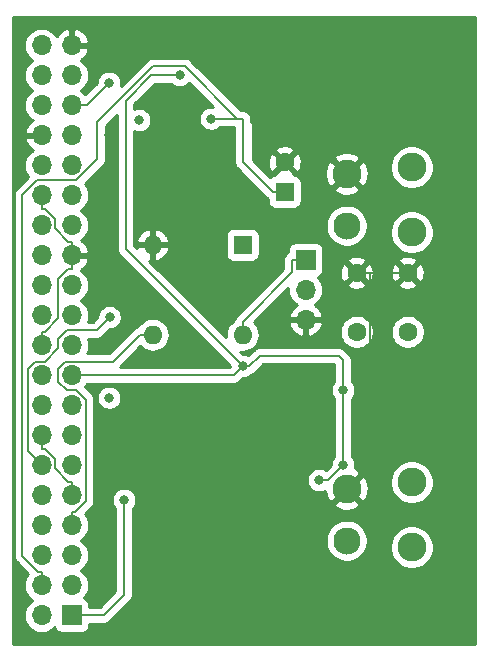
<source format=gbl>
G04 #@! TF.GenerationSoftware,KiCad,Pcbnew,(5.1.2)-2*
G04 #@! TF.CreationDate,2019-12-17T18:16:02+09:00*
G04 #@! TF.ProjectId,simplecodec3,73696d70-6c65-4636-9f64-6563332e6b69,rev?*
G04 #@! TF.SameCoordinates,Original*
G04 #@! TF.FileFunction,Copper,L2,Bot*
G04 #@! TF.FilePolarity,Positive*
%FSLAX46Y46*%
G04 Gerber Fmt 4.6, Leading zero omitted, Abs format (unit mm)*
G04 Created by KiCad (PCBNEW (5.1.2)-2) date 2019-12-17 18:16:02*
%MOMM*%
%LPD*%
G04 APERTURE LIST*
%ADD10C,1.600000*%
%ADD11R,1.600000X1.600000*%
%ADD12R,1.700000X1.700000*%
%ADD13O,1.700000X1.700000*%
%ADD14C,2.300000*%
%ADD15C,2.450000*%
%ADD16O,1.600000X1.600000*%
%ADD17C,0.800000*%
%ADD18C,0.203200*%
%ADD19C,0.254000*%
G04 APERTURE END LIST*
D10*
X79883000Y-47832000D03*
X79883000Y-52832000D03*
X75565000Y-52832000D03*
X75565000Y-47832000D03*
D11*
X69469000Y-40981000D03*
D10*
X69469000Y-38481000D03*
D12*
X51435000Y-76835000D03*
D13*
X48895000Y-76835000D03*
X51435000Y-74295000D03*
X48895000Y-74295000D03*
X51435000Y-71755000D03*
X48895000Y-71755000D03*
X51435000Y-69215000D03*
X48895000Y-69215000D03*
X51435000Y-66675000D03*
X48895000Y-66675000D03*
X51435000Y-64135000D03*
X48895000Y-64135000D03*
X51435000Y-61595000D03*
X48895000Y-61595000D03*
X51435000Y-59055000D03*
X48895000Y-59055000D03*
X51435000Y-56515000D03*
X48895000Y-56515000D03*
X51435000Y-53975000D03*
X48895000Y-53975000D03*
X51435000Y-51435000D03*
X48895000Y-51435000D03*
X51435000Y-48895000D03*
X48895000Y-48895000D03*
X51435000Y-46355000D03*
X48895000Y-46355000D03*
X51435000Y-43815000D03*
X48895000Y-43815000D03*
X51435000Y-41275000D03*
X48895000Y-41275000D03*
X51435000Y-38735000D03*
X48895000Y-38735000D03*
X51435000Y-36195000D03*
X48895000Y-36195000D03*
X51435000Y-33655000D03*
X48895000Y-33655000D03*
X51435000Y-31115000D03*
X48895000Y-31115000D03*
X51435000Y-28575000D03*
X48895000Y-28575000D03*
D14*
X74725000Y-43856000D03*
D15*
X80225000Y-44406000D03*
X80225000Y-38906000D03*
X74725000Y-39456000D03*
X74725000Y-66126000D03*
X80225000Y-65576000D03*
X80225000Y-71076000D03*
D14*
X74725000Y-70526000D03*
D12*
X71247000Y-46736000D03*
D13*
X71247000Y-49276000D03*
X71247000Y-51816000D03*
D11*
X65913000Y-45466000D03*
D16*
X58293000Y-53086000D03*
X58293000Y-45466000D03*
X65913000Y-53086000D03*
D17*
X54610000Y-36195000D03*
X54610000Y-40640000D03*
X54610000Y-45720000D03*
X62865000Y-76835000D03*
X72390000Y-60960000D03*
X72390000Y-65405000D03*
X59309000Y-35687000D03*
X56515000Y-28448000D03*
X61976000Y-49149000D03*
X83820000Y-37465000D03*
X83820000Y-64135000D03*
X74930000Y-33020000D03*
X74422000Y-64135000D03*
X74422000Y-57785000D03*
X65913000Y-55753000D03*
X60579000Y-31115000D03*
X55880000Y-67056000D03*
X72517000Y-42926000D03*
X67183000Y-35941000D03*
X63246000Y-34798000D03*
X54657900Y-51595400D03*
X57150000Y-34925000D03*
X54610000Y-31750000D03*
X54610000Y-58420000D03*
D18*
X51435000Y-46355000D02*
X51435000Y-45199900D01*
X48895000Y-41275000D02*
X48895000Y-42430100D01*
X48895000Y-42430100D02*
X49183900Y-42430100D01*
X49183900Y-42430100D02*
X50050100Y-43296300D01*
X50050100Y-43296300D02*
X50050100Y-44084300D01*
X50050100Y-44084300D02*
X51165700Y-45199900D01*
X51165700Y-45199900D02*
X51435000Y-45199900D01*
X48895000Y-53975000D02*
X48895000Y-52819900D01*
X51435000Y-46355000D02*
X51435000Y-47510100D01*
X51435000Y-47510100D02*
X51146100Y-47510100D01*
X51146100Y-47510100D02*
X50279900Y-48376300D01*
X50279900Y-48376300D02*
X50279900Y-51704200D01*
X50279900Y-51704200D02*
X49164200Y-52819900D01*
X49164200Y-52819900D02*
X48895000Y-52819900D01*
X59309000Y-35687000D02*
X58293000Y-36703000D01*
X58293000Y-36703000D02*
X58293000Y-45466000D01*
X51435000Y-66675000D02*
X51435000Y-65519900D01*
X48895000Y-61595000D02*
X48895000Y-62750100D01*
X48895000Y-62750100D02*
X49183900Y-62750100D01*
X49183900Y-62750100D02*
X50050100Y-63616300D01*
X50050100Y-63616300D02*
X50050100Y-64404300D01*
X50050100Y-64404300D02*
X51165700Y-65519900D01*
X51165700Y-65519900D02*
X51435000Y-65519900D01*
X51435000Y-28575000D02*
X52590100Y-28575000D01*
X56515000Y-28448000D02*
X52717100Y-28448000D01*
X52717100Y-28448000D02*
X52590100Y-28575000D01*
X71247000Y-46736000D02*
X70091900Y-46736000D01*
X65913000Y-53086000D02*
X65913000Y-51980900D01*
X65913000Y-51980900D02*
X70091900Y-47802000D01*
X70091900Y-47802000D02*
X70091900Y-46736000D01*
X74422000Y-56515000D02*
X74422000Y-57785000D01*
X65913000Y-55753000D02*
X66478700Y-55753000D01*
X66478700Y-55753000D02*
X67367700Y-54864000D01*
X67367700Y-54864000D02*
X74041000Y-54864000D01*
X74041000Y-54864000D02*
X74422000Y-55245000D01*
X74422000Y-55245000D02*
X74422000Y-56515000D01*
X65913000Y-55753000D02*
X65151000Y-56515000D01*
X65151000Y-56515000D02*
X51435000Y-56515000D01*
X55880000Y-67056000D02*
X55880000Y-75094200D01*
X55880000Y-75094200D02*
X54139200Y-76835000D01*
X54139200Y-76835000D02*
X51435000Y-76835000D01*
X74422000Y-57785000D02*
X74422000Y-64135000D01*
X65913000Y-55753000D02*
X56007000Y-45847000D01*
X56007000Y-45847000D02*
X56007000Y-33274000D01*
X56007000Y-33274000D02*
X58166000Y-31115000D01*
X58166000Y-31115000D02*
X60579000Y-31115000D01*
X74422000Y-56515000D02*
X74422000Y-57785000D01*
X73152000Y-65405000D02*
X74422000Y-64135000D01*
X72390000Y-65405000D02*
X73152000Y-65405000D01*
X76677500Y-47832000D02*
X79883000Y-47832000D01*
X75565000Y-47832000D02*
X76677500Y-47832000D01*
X76677500Y-47832000D02*
X76677500Y-64173500D01*
X76677500Y-64173500D02*
X74725000Y-66126000D01*
X69469000Y-38481000D02*
X67183000Y-36195000D01*
X67183000Y-36195000D02*
X67183000Y-35941000D01*
X48895000Y-74295000D02*
X48895000Y-73139900D01*
X65442300Y-34798000D02*
X61017200Y-30372900D01*
X61017200Y-30372900D02*
X58307800Y-30372900D01*
X58307800Y-30372900D02*
X53602800Y-35077900D01*
X53602800Y-35077900D02*
X53602800Y-38234400D01*
X53602800Y-38234400D02*
X51832200Y-40005000D01*
X51832200Y-40005000D02*
X48507100Y-40005000D01*
X48507100Y-40005000D02*
X47270800Y-41241300D01*
X47270800Y-41241300D02*
X47270800Y-71785000D01*
X47270800Y-71785000D02*
X48625700Y-73139900D01*
X48625700Y-73139900D02*
X48895000Y-73139900D01*
X65442300Y-34798000D02*
X65913000Y-34798000D01*
X65913000Y-34798000D02*
X65913000Y-38428200D01*
X65913000Y-38428200D02*
X68465800Y-40981000D01*
X68465800Y-40981000D02*
X69469000Y-40981000D01*
X63246000Y-34798000D02*
X65442300Y-34798000D01*
X51435000Y-69215000D02*
X51435000Y-68059900D01*
X58293000Y-53086000D02*
X57187900Y-53086000D01*
X57187900Y-53086000D02*
X54914100Y-55359800D01*
X54914100Y-55359800D02*
X50899800Y-55359800D01*
X50899800Y-55359800D02*
X50279800Y-55979800D01*
X50279800Y-55979800D02*
X50279800Y-57050200D01*
X50279800Y-57050200D02*
X51014600Y-57785000D01*
X51014600Y-57785000D02*
X51808800Y-57785000D01*
X51808800Y-57785000D02*
X52630200Y-58606400D01*
X52630200Y-58606400D02*
X52630200Y-67133900D01*
X52630200Y-67133900D02*
X51704200Y-68059900D01*
X51704200Y-68059900D02*
X51435000Y-68059900D01*
X54657900Y-51595400D02*
X53548300Y-52705000D01*
X53548300Y-52705000D02*
X51026800Y-52705000D01*
X51026800Y-52705000D02*
X50279800Y-53452000D01*
X50279800Y-53452000D02*
X50279800Y-54227600D01*
X50279800Y-54227600D02*
X49147600Y-55359800D01*
X49147600Y-55359800D02*
X48355700Y-55359800D01*
X48355700Y-55359800D02*
X47719200Y-55996300D01*
X47719200Y-55996300D02*
X47719200Y-62959200D01*
X47719200Y-62959200D02*
X48895000Y-64135000D01*
X54610000Y-31750000D02*
X52705000Y-33655000D01*
X52705000Y-33655000D02*
X51435000Y-33655000D01*
D19*
G36*
X85598000Y-79248000D02*
G01*
X46482000Y-79248000D01*
X46482000Y-41241300D01*
X46530636Y-41241300D01*
X46534200Y-41277483D01*
X46534201Y-71748807D01*
X46530636Y-71785000D01*
X46544859Y-71929398D01*
X46586978Y-72068247D01*
X46610306Y-72111890D01*
X46655377Y-72196213D01*
X46747426Y-72308375D01*
X46775532Y-72331441D01*
X47769589Y-73325499D01*
X47654294Y-73465986D01*
X47516401Y-73723966D01*
X47431487Y-74003889D01*
X47402815Y-74295000D01*
X47431487Y-74586111D01*
X47516401Y-74866034D01*
X47654294Y-75124014D01*
X47839866Y-75350134D01*
X48065986Y-75535706D01*
X48120791Y-75565000D01*
X48065986Y-75594294D01*
X47839866Y-75779866D01*
X47654294Y-76005986D01*
X47516401Y-76263966D01*
X47431487Y-76543889D01*
X47402815Y-76835000D01*
X47431487Y-77126111D01*
X47516401Y-77406034D01*
X47654294Y-77664014D01*
X47839866Y-77890134D01*
X48065986Y-78075706D01*
X48323966Y-78213599D01*
X48603889Y-78298513D01*
X48822050Y-78320000D01*
X48967950Y-78320000D01*
X49186111Y-78298513D01*
X49466034Y-78213599D01*
X49724014Y-78075706D01*
X49950134Y-77890134D01*
X49974607Y-77860313D01*
X49995498Y-77929180D01*
X50054463Y-78039494D01*
X50133815Y-78136185D01*
X50230506Y-78215537D01*
X50340820Y-78274502D01*
X50460518Y-78310812D01*
X50585000Y-78323072D01*
X52285000Y-78323072D01*
X52409482Y-78310812D01*
X52529180Y-78274502D01*
X52639494Y-78215537D01*
X52736185Y-78136185D01*
X52815537Y-78039494D01*
X52874502Y-77929180D01*
X52910812Y-77809482D01*
X52923072Y-77685000D01*
X52923072Y-77571600D01*
X54103017Y-77571600D01*
X54139200Y-77575164D01*
X54175383Y-77571600D01*
X54175386Y-77571600D01*
X54283599Y-77560942D01*
X54422449Y-77518822D01*
X54550413Y-77450424D01*
X54662575Y-77358375D01*
X54685645Y-77330264D01*
X56375269Y-75640641D01*
X56403375Y-75617575D01*
X56495424Y-75505413D01*
X56563822Y-75377449D01*
X56605942Y-75238599D01*
X56616600Y-75130386D01*
X56620164Y-75094200D01*
X56616600Y-75058014D01*
X56616600Y-70350193D01*
X72940000Y-70350193D01*
X72940000Y-70701807D01*
X73008596Y-71046665D01*
X73143153Y-71371515D01*
X73338500Y-71663871D01*
X73587129Y-71912500D01*
X73879485Y-72107847D01*
X74204335Y-72242404D01*
X74549193Y-72311000D01*
X74900807Y-72311000D01*
X75245665Y-72242404D01*
X75570515Y-72107847D01*
X75862871Y-71912500D01*
X76111500Y-71663871D01*
X76306847Y-71371515D01*
X76441404Y-71046665D01*
X76472008Y-70892806D01*
X78365000Y-70892806D01*
X78365000Y-71259194D01*
X78436479Y-71618542D01*
X78576689Y-71957041D01*
X78780243Y-72261681D01*
X79039319Y-72520757D01*
X79343959Y-72724311D01*
X79682458Y-72864521D01*
X80041806Y-72936000D01*
X80408194Y-72936000D01*
X80767542Y-72864521D01*
X81106041Y-72724311D01*
X81410681Y-72520757D01*
X81669757Y-72261681D01*
X81873311Y-71957041D01*
X82013521Y-71618542D01*
X82085000Y-71259194D01*
X82085000Y-70892806D01*
X82013521Y-70533458D01*
X81873311Y-70194959D01*
X81669757Y-69890319D01*
X81410681Y-69631243D01*
X81106041Y-69427689D01*
X80767542Y-69287479D01*
X80408194Y-69216000D01*
X80041806Y-69216000D01*
X79682458Y-69287479D01*
X79343959Y-69427689D01*
X79039319Y-69631243D01*
X78780243Y-69890319D01*
X78576689Y-70194959D01*
X78436479Y-70533458D01*
X78365000Y-70892806D01*
X76472008Y-70892806D01*
X76510000Y-70701807D01*
X76510000Y-70350193D01*
X76441404Y-70005335D01*
X76306847Y-69680485D01*
X76111500Y-69388129D01*
X75862871Y-69139500D01*
X75570515Y-68944153D01*
X75245665Y-68809596D01*
X74900807Y-68741000D01*
X74549193Y-68741000D01*
X74204335Y-68809596D01*
X73879485Y-68944153D01*
X73587129Y-69139500D01*
X73338500Y-69388129D01*
X73143153Y-69680485D01*
X73008596Y-70005335D01*
X72940000Y-70350193D01*
X56616600Y-70350193D01*
X56616600Y-67783111D01*
X56683937Y-67715774D01*
X56797205Y-67546256D01*
X56875226Y-67357898D01*
X56915000Y-67157939D01*
X56915000Y-66954061D01*
X56875226Y-66754102D01*
X56797205Y-66565744D01*
X56683937Y-66396226D01*
X56539774Y-66252063D01*
X56370256Y-66138795D01*
X56181898Y-66060774D01*
X55981939Y-66021000D01*
X55778061Y-66021000D01*
X55578102Y-66060774D01*
X55389744Y-66138795D01*
X55220226Y-66252063D01*
X55076063Y-66396226D01*
X54962795Y-66565744D01*
X54884774Y-66754102D01*
X54845000Y-66954061D01*
X54845000Y-67157939D01*
X54884774Y-67357898D01*
X54962795Y-67546256D01*
X55076063Y-67715774D01*
X55143400Y-67783111D01*
X55143401Y-74789089D01*
X53834091Y-76098400D01*
X52923072Y-76098400D01*
X52923072Y-75985000D01*
X52910812Y-75860518D01*
X52874502Y-75740820D01*
X52815537Y-75630506D01*
X52736185Y-75533815D01*
X52639494Y-75454463D01*
X52529180Y-75395498D01*
X52460313Y-75374607D01*
X52490134Y-75350134D01*
X52675706Y-75124014D01*
X52813599Y-74866034D01*
X52898513Y-74586111D01*
X52927185Y-74295000D01*
X52898513Y-74003889D01*
X52813599Y-73723966D01*
X52675706Y-73465986D01*
X52490134Y-73239866D01*
X52264014Y-73054294D01*
X52209209Y-73025000D01*
X52264014Y-72995706D01*
X52490134Y-72810134D01*
X52675706Y-72584014D01*
X52813599Y-72326034D01*
X52898513Y-72046111D01*
X52927185Y-71755000D01*
X52898513Y-71463889D01*
X52813599Y-71183966D01*
X52675706Y-70925986D01*
X52490134Y-70699866D01*
X52264014Y-70514294D01*
X52209209Y-70485000D01*
X52264014Y-70455706D01*
X52490134Y-70270134D01*
X52675706Y-70044014D01*
X52813599Y-69786034D01*
X52898513Y-69506111D01*
X52927185Y-69215000D01*
X52898513Y-68923889D01*
X52813599Y-68643966D01*
X52675706Y-68385986D01*
X52560366Y-68245444D01*
X53125469Y-67680341D01*
X53153575Y-67657275D01*
X53245624Y-67545113D01*
X53314022Y-67417149D01*
X53356142Y-67278299D01*
X53366800Y-67170086D01*
X53370364Y-67133900D01*
X53366800Y-67097714D01*
X53366800Y-60858061D01*
X71355000Y-60858061D01*
X71355000Y-61061939D01*
X71394774Y-61261898D01*
X71472795Y-61450256D01*
X71586063Y-61619774D01*
X71730226Y-61763937D01*
X71899744Y-61877205D01*
X72088102Y-61955226D01*
X72288061Y-61995000D01*
X72491939Y-61995000D01*
X72691898Y-61955226D01*
X72880256Y-61877205D01*
X73049774Y-61763937D01*
X73193937Y-61619774D01*
X73307205Y-61450256D01*
X73385226Y-61261898D01*
X73425000Y-61061939D01*
X73425000Y-60858061D01*
X73385226Y-60658102D01*
X73307205Y-60469744D01*
X73193937Y-60300226D01*
X73049774Y-60156063D01*
X72880256Y-60042795D01*
X72691898Y-59964774D01*
X72491939Y-59925000D01*
X72288061Y-59925000D01*
X72088102Y-59964774D01*
X71899744Y-60042795D01*
X71730226Y-60156063D01*
X71586063Y-60300226D01*
X71472795Y-60469744D01*
X71394774Y-60658102D01*
X71355000Y-60858061D01*
X53366800Y-60858061D01*
X53366800Y-58642583D01*
X53370364Y-58606399D01*
X53366800Y-58570214D01*
X53356142Y-58462001D01*
X53314022Y-58323151D01*
X53311302Y-58318061D01*
X53575000Y-58318061D01*
X53575000Y-58521939D01*
X53614774Y-58721898D01*
X53692795Y-58910256D01*
X53806063Y-59079774D01*
X53950226Y-59223937D01*
X54119744Y-59337205D01*
X54308102Y-59415226D01*
X54508061Y-59455000D01*
X54711939Y-59455000D01*
X54911898Y-59415226D01*
X55100256Y-59337205D01*
X55269774Y-59223937D01*
X55413937Y-59079774D01*
X55527205Y-58910256D01*
X55605226Y-58721898D01*
X55645000Y-58521939D01*
X55645000Y-58318061D01*
X55605226Y-58118102D01*
X55527205Y-57929744D01*
X55413937Y-57760226D01*
X55269774Y-57616063D01*
X55100256Y-57502795D01*
X54911898Y-57424774D01*
X54711939Y-57385000D01*
X54508061Y-57385000D01*
X54308102Y-57424774D01*
X54119744Y-57502795D01*
X53950226Y-57616063D01*
X53806063Y-57760226D01*
X53692795Y-57929744D01*
X53614774Y-58118102D01*
X53575000Y-58318061D01*
X53311302Y-58318061D01*
X53279823Y-58259169D01*
X53245624Y-58195186D01*
X53176642Y-58111132D01*
X53176637Y-58111127D01*
X53153574Y-58083025D01*
X53125473Y-58059963D01*
X52555723Y-57490214D01*
X52675706Y-57344014D01*
X52725102Y-57251600D01*
X65114817Y-57251600D01*
X65151000Y-57255164D01*
X65187183Y-57251600D01*
X65187186Y-57251600D01*
X65295399Y-57240942D01*
X65434249Y-57198822D01*
X65562213Y-57130424D01*
X65674375Y-57038375D01*
X65697445Y-57010264D01*
X65919709Y-56788000D01*
X66014939Y-56788000D01*
X66214898Y-56748226D01*
X66403256Y-56670205D01*
X66572774Y-56556937D01*
X66662818Y-56466893D01*
X66761949Y-56436822D01*
X66889913Y-56368424D01*
X67002075Y-56276375D01*
X67025145Y-56248264D01*
X67672810Y-55600600D01*
X73685400Y-55600600D01*
X73685401Y-56478805D01*
X73685400Y-56478815D01*
X73685400Y-57057889D01*
X73618063Y-57125226D01*
X73504795Y-57294744D01*
X73426774Y-57483102D01*
X73387000Y-57683061D01*
X73387000Y-57886939D01*
X73426774Y-58086898D01*
X73504795Y-58275256D01*
X73618063Y-58444774D01*
X73685400Y-58512111D01*
X73685401Y-63407888D01*
X73618063Y-63475226D01*
X73504795Y-63644744D01*
X73426774Y-63833102D01*
X73387000Y-64033061D01*
X73387000Y-64128290D01*
X72968520Y-64546771D01*
X72880256Y-64487795D01*
X72691898Y-64409774D01*
X72491939Y-64370000D01*
X72288061Y-64370000D01*
X72088102Y-64409774D01*
X71899744Y-64487795D01*
X71730226Y-64601063D01*
X71586063Y-64745226D01*
X71472795Y-64914744D01*
X71394774Y-65103102D01*
X71355000Y-65303061D01*
X71355000Y-65506939D01*
X71394774Y-65706898D01*
X71472795Y-65895256D01*
X71586063Y-66064774D01*
X71730226Y-66208937D01*
X71899744Y-66322205D01*
X72088102Y-66400226D01*
X72288061Y-66440000D01*
X72491939Y-66440000D01*
X72691898Y-66400226D01*
X72868552Y-66327053D01*
X72936479Y-66668542D01*
X73076689Y-67007041D01*
X73280243Y-67311681D01*
X73539319Y-67570757D01*
X73843959Y-67774311D01*
X74182458Y-67914521D01*
X74541806Y-67986000D01*
X74908194Y-67986000D01*
X75267542Y-67914521D01*
X75606041Y-67774311D01*
X75910681Y-67570757D01*
X76169757Y-67311681D01*
X76373311Y-67007041D01*
X76513521Y-66668542D01*
X76585000Y-66309194D01*
X76585000Y-65942806D01*
X76513521Y-65583458D01*
X76453692Y-65439017D01*
X76499903Y-65392806D01*
X78365000Y-65392806D01*
X78365000Y-65759194D01*
X78436479Y-66118542D01*
X78576689Y-66457041D01*
X78780243Y-66761681D01*
X79039319Y-67020757D01*
X79343959Y-67224311D01*
X79682458Y-67364521D01*
X80041806Y-67436000D01*
X80408194Y-67436000D01*
X80767542Y-67364521D01*
X81106041Y-67224311D01*
X81410681Y-67020757D01*
X81669757Y-66761681D01*
X81873311Y-66457041D01*
X82013521Y-66118542D01*
X82085000Y-65759194D01*
X82085000Y-65392806D01*
X82013521Y-65033458D01*
X81873311Y-64694959D01*
X81669757Y-64390319D01*
X81410681Y-64131243D01*
X81106041Y-63927689D01*
X80767542Y-63787479D01*
X80408194Y-63716000D01*
X80041806Y-63716000D01*
X79682458Y-63787479D01*
X79343959Y-63927689D01*
X79039319Y-64131243D01*
X78780243Y-64390319D01*
X78576689Y-64694959D01*
X78436479Y-65033458D01*
X78365000Y-65392806D01*
X76499903Y-65392806D01*
X77172769Y-64719941D01*
X77200875Y-64696875D01*
X77292924Y-64584713D01*
X77361322Y-64456749D01*
X77403442Y-64317899D01*
X77414100Y-64209686D01*
X77414100Y-64209684D01*
X77417664Y-64173500D01*
X77414100Y-64137317D01*
X77414100Y-52690665D01*
X78448000Y-52690665D01*
X78448000Y-52973335D01*
X78503147Y-53250574D01*
X78611320Y-53511727D01*
X78768363Y-53746759D01*
X78968241Y-53946637D01*
X79203273Y-54103680D01*
X79464426Y-54211853D01*
X79741665Y-54267000D01*
X80024335Y-54267000D01*
X80301574Y-54211853D01*
X80562727Y-54103680D01*
X80797759Y-53946637D01*
X80997637Y-53746759D01*
X81154680Y-53511727D01*
X81262853Y-53250574D01*
X81318000Y-52973335D01*
X81318000Y-52690665D01*
X81262853Y-52413426D01*
X81154680Y-52152273D01*
X80997637Y-51917241D01*
X80797759Y-51717363D01*
X80562727Y-51560320D01*
X80301574Y-51452147D01*
X80024335Y-51397000D01*
X79741665Y-51397000D01*
X79464426Y-51452147D01*
X79203273Y-51560320D01*
X78968241Y-51717363D01*
X78768363Y-51917241D01*
X78611320Y-52152273D01*
X78503147Y-52413426D01*
X78448000Y-52690665D01*
X77414100Y-52690665D01*
X77414100Y-48568600D01*
X78649321Y-48568600D01*
X78768363Y-48746759D01*
X78968241Y-48946637D01*
X79203273Y-49103680D01*
X79464426Y-49211853D01*
X79741665Y-49267000D01*
X80024335Y-49267000D01*
X80301574Y-49211853D01*
X80562727Y-49103680D01*
X80797759Y-48946637D01*
X80997637Y-48746759D01*
X81154680Y-48511727D01*
X81262853Y-48250574D01*
X81318000Y-47973335D01*
X81318000Y-47690665D01*
X81262853Y-47413426D01*
X81154680Y-47152273D01*
X80997637Y-46917241D01*
X80797759Y-46717363D01*
X80562727Y-46560320D01*
X80301574Y-46452147D01*
X80024335Y-46397000D01*
X79741665Y-46397000D01*
X79464426Y-46452147D01*
X79203273Y-46560320D01*
X78968241Y-46717363D01*
X78768363Y-46917241D01*
X78649321Y-47095400D01*
X76798679Y-47095400D01*
X76679637Y-46917241D01*
X76479759Y-46717363D01*
X76244727Y-46560320D01*
X75983574Y-46452147D01*
X75706335Y-46397000D01*
X75423665Y-46397000D01*
X75146426Y-46452147D01*
X74885273Y-46560320D01*
X74650241Y-46717363D01*
X74450363Y-46917241D01*
X74293320Y-47152273D01*
X74185147Y-47413426D01*
X74130000Y-47690665D01*
X74130000Y-47973335D01*
X74185147Y-48250574D01*
X74293320Y-48511727D01*
X74450363Y-48746759D01*
X74650241Y-48946637D01*
X74885273Y-49103680D01*
X75146426Y-49211853D01*
X75423665Y-49267000D01*
X75706335Y-49267000D01*
X75940900Y-49220341D01*
X75940900Y-51443659D01*
X75706335Y-51397000D01*
X75423665Y-51397000D01*
X75146426Y-51452147D01*
X74885273Y-51560320D01*
X74650241Y-51717363D01*
X74450363Y-51917241D01*
X74293320Y-52152273D01*
X74185147Y-52413426D01*
X74130000Y-52690665D01*
X74130000Y-52973335D01*
X74185147Y-53250574D01*
X74293320Y-53511727D01*
X74450363Y-53746759D01*
X74650241Y-53946637D01*
X74885273Y-54103680D01*
X75146426Y-54211853D01*
X75423665Y-54267000D01*
X75706335Y-54267000D01*
X75940900Y-54220341D01*
X75940901Y-63868389D01*
X75428358Y-64380932D01*
X75457000Y-64236939D01*
X75457000Y-64033061D01*
X75417226Y-63833102D01*
X75339205Y-63644744D01*
X75225937Y-63475226D01*
X75158600Y-63407889D01*
X75158600Y-58512111D01*
X75225937Y-58444774D01*
X75339205Y-58275256D01*
X75417226Y-58086898D01*
X75457000Y-57886939D01*
X75457000Y-57683061D01*
X75417226Y-57483102D01*
X75339205Y-57294744D01*
X75225937Y-57125226D01*
X75158600Y-57057889D01*
X75158600Y-55281175D01*
X75162163Y-55244999D01*
X75158600Y-55208823D01*
X75158600Y-55208814D01*
X75147942Y-55100601D01*
X75105822Y-54961751D01*
X75037424Y-54833787D01*
X74945374Y-54721625D01*
X74917263Y-54698555D01*
X74587446Y-54368737D01*
X74564375Y-54340625D01*
X74452213Y-54248576D01*
X74324249Y-54180178D01*
X74185399Y-54138058D01*
X74077186Y-54127400D01*
X74077183Y-54127400D01*
X74041000Y-54123836D01*
X74004817Y-54127400D01*
X67403886Y-54127400D01*
X67367700Y-54123836D01*
X67331514Y-54127400D01*
X67223301Y-54138058D01*
X67084451Y-54180178D01*
X66956487Y-54248576D01*
X66935121Y-54266111D01*
X66844325Y-54340625D01*
X66821259Y-54368731D01*
X66368565Y-54821425D01*
X66214898Y-54757774D01*
X66014939Y-54718000D01*
X65919710Y-54718000D01*
X65709622Y-54507912D01*
X65842508Y-54521000D01*
X65983492Y-54521000D01*
X66194309Y-54500236D01*
X66464808Y-54418182D01*
X66714101Y-54284932D01*
X66932608Y-54105608D01*
X67111932Y-53887101D01*
X67245182Y-53637808D01*
X67327236Y-53367309D01*
X67354943Y-53086000D01*
X67327236Y-52804691D01*
X67245182Y-52534192D01*
X67111932Y-52284899D01*
X67020009Y-52172890D01*
X69805524Y-52172890D01*
X69850175Y-52320099D01*
X69975359Y-52582920D01*
X70149412Y-52816269D01*
X70365645Y-53011178D01*
X70615748Y-53160157D01*
X70890109Y-53257481D01*
X71120000Y-53136814D01*
X71120000Y-51943000D01*
X71374000Y-51943000D01*
X71374000Y-53136814D01*
X71603891Y-53257481D01*
X71878252Y-53160157D01*
X72128355Y-53011178D01*
X72344588Y-52816269D01*
X72518641Y-52582920D01*
X72643825Y-52320099D01*
X72688476Y-52172890D01*
X72567155Y-51943000D01*
X71374000Y-51943000D01*
X71120000Y-51943000D01*
X69926845Y-51943000D01*
X69805524Y-52172890D01*
X67020009Y-52172890D01*
X66932608Y-52066392D01*
X66897791Y-52037818D01*
X69765216Y-49170393D01*
X69754815Y-49276000D01*
X69783487Y-49567111D01*
X69868401Y-49847034D01*
X70006294Y-50105014D01*
X70191866Y-50331134D01*
X70417986Y-50516706D01*
X70482523Y-50551201D01*
X70365645Y-50620822D01*
X70149412Y-50815731D01*
X69975359Y-51049080D01*
X69850175Y-51311901D01*
X69805524Y-51459110D01*
X69926845Y-51689000D01*
X71120000Y-51689000D01*
X71120000Y-51669000D01*
X71374000Y-51669000D01*
X71374000Y-51689000D01*
X72567155Y-51689000D01*
X72688476Y-51459110D01*
X72643825Y-51311901D01*
X72518641Y-51049080D01*
X72344588Y-50815731D01*
X72128355Y-50620822D01*
X72011477Y-50551201D01*
X72076014Y-50516706D01*
X72302134Y-50331134D01*
X72487706Y-50105014D01*
X72625599Y-49847034D01*
X72710513Y-49567111D01*
X72739185Y-49276000D01*
X72710513Y-48984889D01*
X72625599Y-48704966D01*
X72487706Y-48446986D01*
X72302134Y-48220866D01*
X72272313Y-48196393D01*
X72341180Y-48175502D01*
X72451494Y-48116537D01*
X72548185Y-48037185D01*
X72627537Y-47940494D01*
X72686502Y-47830180D01*
X72722812Y-47710482D01*
X72735072Y-47586000D01*
X72735072Y-45886000D01*
X72722812Y-45761518D01*
X72686502Y-45641820D01*
X72627537Y-45531506D01*
X72548185Y-45434815D01*
X72451494Y-45355463D01*
X72341180Y-45296498D01*
X72221482Y-45260188D01*
X72097000Y-45247928D01*
X70397000Y-45247928D01*
X70272518Y-45260188D01*
X70152820Y-45296498D01*
X70042506Y-45355463D01*
X69945815Y-45434815D01*
X69866463Y-45531506D01*
X69807498Y-45641820D01*
X69771188Y-45761518D01*
X69758928Y-45886000D01*
X69758928Y-46078755D01*
X69680687Y-46120576D01*
X69568525Y-46212625D01*
X69476476Y-46324787D01*
X69408078Y-46452751D01*
X69365958Y-46591601D01*
X69351736Y-46736000D01*
X69355301Y-46772196D01*
X69355300Y-47496890D01*
X65417732Y-51434459D01*
X65389626Y-51457525D01*
X65366560Y-51485631D01*
X65366558Y-51485633D01*
X65297576Y-51569688D01*
X65229178Y-51697653D01*
X65187059Y-51836502D01*
X65185979Y-51847472D01*
X65111899Y-51887068D01*
X64893392Y-52066392D01*
X64714068Y-52284899D01*
X64580818Y-52534192D01*
X64498764Y-52804691D01*
X64471057Y-53086000D01*
X64491088Y-53289379D01*
X58018604Y-46816895D01*
X58166000Y-46735915D01*
X58166000Y-45593000D01*
X58420000Y-45593000D01*
X58420000Y-46735915D01*
X58642039Y-46857904D01*
X58776087Y-46817246D01*
X59030420Y-46697037D01*
X59256414Y-46529519D01*
X59445385Y-46321131D01*
X59590070Y-46079881D01*
X59684909Y-45815040D01*
X59563624Y-45593000D01*
X58420000Y-45593000D01*
X58166000Y-45593000D01*
X57022376Y-45593000D01*
X56941949Y-45740240D01*
X56743600Y-45541891D01*
X56743600Y-45116960D01*
X56901091Y-45116960D01*
X57022376Y-45339000D01*
X58166000Y-45339000D01*
X58166000Y-44196085D01*
X58420000Y-44196085D01*
X58420000Y-45339000D01*
X59563624Y-45339000D01*
X59684909Y-45116960D01*
X59590070Y-44852119D01*
X59478449Y-44666000D01*
X64474928Y-44666000D01*
X64474928Y-46266000D01*
X64487188Y-46390482D01*
X64523498Y-46510180D01*
X64582463Y-46620494D01*
X64661815Y-46717185D01*
X64758506Y-46796537D01*
X64868820Y-46855502D01*
X64988518Y-46891812D01*
X65113000Y-46904072D01*
X66713000Y-46904072D01*
X66837482Y-46891812D01*
X66957180Y-46855502D01*
X67067494Y-46796537D01*
X67164185Y-46717185D01*
X67243537Y-46620494D01*
X67302502Y-46510180D01*
X67338812Y-46390482D01*
X67351072Y-46266000D01*
X67351072Y-44666000D01*
X67338812Y-44541518D01*
X67302502Y-44421820D01*
X67243537Y-44311506D01*
X67164185Y-44214815D01*
X67067494Y-44135463D01*
X66957180Y-44076498D01*
X66837482Y-44040188D01*
X66713000Y-44027928D01*
X65113000Y-44027928D01*
X64988518Y-44040188D01*
X64868820Y-44076498D01*
X64758506Y-44135463D01*
X64661815Y-44214815D01*
X64582463Y-44311506D01*
X64523498Y-44421820D01*
X64487188Y-44541518D01*
X64474928Y-44666000D01*
X59478449Y-44666000D01*
X59445385Y-44610869D01*
X59256414Y-44402481D01*
X59030420Y-44234963D01*
X58776087Y-44114754D01*
X58642039Y-44074096D01*
X58420000Y-44196085D01*
X58166000Y-44196085D01*
X57943961Y-44074096D01*
X57809913Y-44114754D01*
X57555580Y-44234963D01*
X57329586Y-44402481D01*
X57140615Y-44610869D01*
X56995930Y-44852119D01*
X56901091Y-45116960D01*
X56743600Y-45116960D01*
X56743600Y-42824061D01*
X71482000Y-42824061D01*
X71482000Y-43027939D01*
X71521774Y-43227898D01*
X71599795Y-43416256D01*
X71713063Y-43585774D01*
X71857226Y-43729937D01*
X72026744Y-43843205D01*
X72215102Y-43921226D01*
X72415061Y-43961000D01*
X72618939Y-43961000D01*
X72818898Y-43921226D01*
X72940000Y-43871064D01*
X72940000Y-44031807D01*
X73008596Y-44376665D01*
X73143153Y-44701515D01*
X73338500Y-44993871D01*
X73587129Y-45242500D01*
X73879485Y-45437847D01*
X74204335Y-45572404D01*
X74549193Y-45641000D01*
X74900807Y-45641000D01*
X75245665Y-45572404D01*
X75570515Y-45437847D01*
X75862871Y-45242500D01*
X76111500Y-44993871D01*
X76306847Y-44701515D01*
X76441404Y-44376665D01*
X76472008Y-44222806D01*
X78365000Y-44222806D01*
X78365000Y-44589194D01*
X78436479Y-44948542D01*
X78576689Y-45287041D01*
X78780243Y-45591681D01*
X79039319Y-45850757D01*
X79343959Y-46054311D01*
X79682458Y-46194521D01*
X80041806Y-46266000D01*
X80408194Y-46266000D01*
X80767542Y-46194521D01*
X81106041Y-46054311D01*
X81410681Y-45850757D01*
X81669757Y-45591681D01*
X81873311Y-45287041D01*
X82013521Y-44948542D01*
X82085000Y-44589194D01*
X82085000Y-44222806D01*
X82013521Y-43863458D01*
X81873311Y-43524959D01*
X81669757Y-43220319D01*
X81410681Y-42961243D01*
X81106041Y-42757689D01*
X80767542Y-42617479D01*
X80408194Y-42546000D01*
X80041806Y-42546000D01*
X79682458Y-42617479D01*
X79343959Y-42757689D01*
X79039319Y-42961243D01*
X78780243Y-43220319D01*
X78576689Y-43524959D01*
X78436479Y-43863458D01*
X78365000Y-44222806D01*
X76472008Y-44222806D01*
X76510000Y-44031807D01*
X76510000Y-43680193D01*
X76441404Y-43335335D01*
X76306847Y-43010485D01*
X76111500Y-42718129D01*
X75862871Y-42469500D01*
X75570515Y-42274153D01*
X75245665Y-42139596D01*
X74900807Y-42071000D01*
X74549193Y-42071000D01*
X74204335Y-42139596D01*
X73879485Y-42274153D01*
X73587129Y-42469500D01*
X73488883Y-42567746D01*
X73434205Y-42435744D01*
X73320937Y-42266226D01*
X73176774Y-42122063D01*
X73007256Y-42008795D01*
X72818898Y-41930774D01*
X72618939Y-41891000D01*
X72415061Y-41891000D01*
X72215102Y-41930774D01*
X72026744Y-42008795D01*
X71857226Y-42122063D01*
X71713063Y-42266226D01*
X71599795Y-42435744D01*
X71521774Y-42624102D01*
X71482000Y-42824061D01*
X56743600Y-42824061D01*
X56743600Y-35876940D01*
X56848102Y-35920226D01*
X57048061Y-35960000D01*
X57251939Y-35960000D01*
X57451898Y-35920226D01*
X57640256Y-35842205D01*
X57809774Y-35728937D01*
X57953937Y-35584774D01*
X58067205Y-35415256D01*
X58145226Y-35226898D01*
X58185000Y-35026939D01*
X58185000Y-34823061D01*
X58145226Y-34623102D01*
X58067205Y-34434744D01*
X57953937Y-34265226D01*
X57809774Y-34121063D01*
X57640256Y-34007795D01*
X57451898Y-33929774D01*
X57251939Y-33890000D01*
X57048061Y-33890000D01*
X56848102Y-33929774D01*
X56743600Y-33973060D01*
X56743600Y-33579109D01*
X58471110Y-31851600D01*
X59851889Y-31851600D01*
X59919226Y-31918937D01*
X60088744Y-32032205D01*
X60277102Y-32110226D01*
X60477061Y-32150000D01*
X60680939Y-32150000D01*
X60880898Y-32110226D01*
X61069256Y-32032205D01*
X61238774Y-31918937D01*
X61380151Y-31777560D01*
X63369974Y-33767383D01*
X63347939Y-33763000D01*
X63144061Y-33763000D01*
X62944102Y-33802774D01*
X62755744Y-33880795D01*
X62586226Y-33994063D01*
X62442063Y-34138226D01*
X62328795Y-34307744D01*
X62250774Y-34496102D01*
X62211000Y-34696061D01*
X62211000Y-34899939D01*
X62250774Y-35099898D01*
X62328795Y-35288256D01*
X62442063Y-35457774D01*
X62586226Y-35601937D01*
X62755744Y-35715205D01*
X62944102Y-35793226D01*
X63144061Y-35833000D01*
X63347939Y-35833000D01*
X63547898Y-35793226D01*
X63736256Y-35715205D01*
X63905774Y-35601937D01*
X63973111Y-35534600D01*
X65176400Y-35534600D01*
X65176401Y-38392007D01*
X65172836Y-38428200D01*
X65178037Y-38480999D01*
X65187059Y-38572599D01*
X65229179Y-38711449D01*
X65297577Y-38839413D01*
X65389626Y-38951575D01*
X65417732Y-38974641D01*
X67919354Y-41476263D01*
X67942425Y-41504375D01*
X68030928Y-41577008D01*
X68030928Y-41781000D01*
X68043188Y-41905482D01*
X68079498Y-42025180D01*
X68138463Y-42135494D01*
X68217815Y-42232185D01*
X68314506Y-42311537D01*
X68424820Y-42370502D01*
X68544518Y-42406812D01*
X68669000Y-42419072D01*
X70269000Y-42419072D01*
X70393482Y-42406812D01*
X70513180Y-42370502D01*
X70623494Y-42311537D01*
X70720185Y-42232185D01*
X70799537Y-42135494D01*
X70858502Y-42025180D01*
X70894812Y-41905482D01*
X70907072Y-41781000D01*
X70907072Y-40181000D01*
X70894812Y-40056518D01*
X70858502Y-39936820D01*
X70799537Y-39826506D01*
X70720185Y-39729815D01*
X70623494Y-39650463D01*
X70513180Y-39591498D01*
X70417057Y-39562339D01*
X70583637Y-39395759D01*
X70665791Y-39272806D01*
X72865000Y-39272806D01*
X72865000Y-39639194D01*
X72936479Y-39998542D01*
X73076689Y-40337041D01*
X73280243Y-40641681D01*
X73539319Y-40900757D01*
X73843959Y-41104311D01*
X74182458Y-41244521D01*
X74541806Y-41316000D01*
X74908194Y-41316000D01*
X75267542Y-41244521D01*
X75606041Y-41104311D01*
X75910681Y-40900757D01*
X76169757Y-40641681D01*
X76373311Y-40337041D01*
X76513521Y-39998542D01*
X76585000Y-39639194D01*
X76585000Y-39272806D01*
X76513521Y-38913458D01*
X76434551Y-38722806D01*
X78365000Y-38722806D01*
X78365000Y-39089194D01*
X78436479Y-39448542D01*
X78576689Y-39787041D01*
X78780243Y-40091681D01*
X79039319Y-40350757D01*
X79343959Y-40554311D01*
X79682458Y-40694521D01*
X80041806Y-40766000D01*
X80408194Y-40766000D01*
X80767542Y-40694521D01*
X81106041Y-40554311D01*
X81410681Y-40350757D01*
X81669757Y-40091681D01*
X81873311Y-39787041D01*
X82013521Y-39448542D01*
X82085000Y-39089194D01*
X82085000Y-38722806D01*
X82013521Y-38363458D01*
X81873311Y-38024959D01*
X81669757Y-37720319D01*
X81410681Y-37461243D01*
X81106041Y-37257689D01*
X80767542Y-37117479D01*
X80408194Y-37046000D01*
X80041806Y-37046000D01*
X79682458Y-37117479D01*
X79343959Y-37257689D01*
X79039319Y-37461243D01*
X78780243Y-37720319D01*
X78576689Y-38024959D01*
X78436479Y-38363458D01*
X78365000Y-38722806D01*
X76434551Y-38722806D01*
X76373311Y-38574959D01*
X76169757Y-38270319D01*
X75910681Y-38011243D01*
X75606041Y-37807689D01*
X75267542Y-37667479D01*
X74908194Y-37596000D01*
X74541806Y-37596000D01*
X74182458Y-37667479D01*
X73843959Y-37807689D01*
X73539319Y-38011243D01*
X73280243Y-38270319D01*
X73076689Y-38574959D01*
X72936479Y-38913458D01*
X72865000Y-39272806D01*
X70665791Y-39272806D01*
X70740680Y-39160727D01*
X70848853Y-38899574D01*
X70904000Y-38622335D01*
X70904000Y-38339665D01*
X70848853Y-38062426D01*
X70740680Y-37801273D01*
X70583637Y-37566241D01*
X70383759Y-37366363D01*
X70148727Y-37209320D01*
X69887574Y-37101147D01*
X69610335Y-37046000D01*
X69327665Y-37046000D01*
X69117512Y-37087803D01*
X68193885Y-36164176D01*
X68218000Y-36042939D01*
X68218000Y-35839061D01*
X68178226Y-35639102D01*
X68100205Y-35450744D01*
X67986937Y-35281226D01*
X67842774Y-35137063D01*
X67673256Y-35023795D01*
X67484898Y-34945774D01*
X67284939Y-34906000D01*
X67081061Y-34906000D01*
X66881102Y-34945774D01*
X66692744Y-35023795D01*
X66649600Y-35052623D01*
X66649600Y-34834186D01*
X66653164Y-34798000D01*
X66638942Y-34653601D01*
X66596822Y-34514751D01*
X66528424Y-34386787D01*
X66436375Y-34274625D01*
X66324213Y-34182576D01*
X66196249Y-34114178D01*
X66057399Y-34072058D01*
X65949186Y-34061400D01*
X65913000Y-34057836D01*
X65876814Y-34061400D01*
X65747409Y-34061400D01*
X61563646Y-29877637D01*
X61540575Y-29849525D01*
X61428413Y-29757476D01*
X61300449Y-29689078D01*
X61161599Y-29646958D01*
X61053386Y-29636300D01*
X61053383Y-29636300D01*
X61017200Y-29632736D01*
X60981017Y-29636300D01*
X58343986Y-29636300D01*
X58307800Y-29632736D01*
X58271614Y-29636300D01*
X58163401Y-29646958D01*
X58024551Y-29689078D01*
X57936016Y-29736401D01*
X57896587Y-29757476D01*
X57825634Y-29815706D01*
X57784425Y-29849525D01*
X57761359Y-29877631D01*
X55609729Y-32029262D01*
X55645000Y-31851939D01*
X55645000Y-31648061D01*
X55605226Y-31448102D01*
X55527205Y-31259744D01*
X55413937Y-31090226D01*
X55269774Y-30946063D01*
X55100256Y-30832795D01*
X54911898Y-30754774D01*
X54711939Y-30715000D01*
X54508061Y-30715000D01*
X54308102Y-30754774D01*
X54119744Y-30832795D01*
X53950226Y-30946063D01*
X53806063Y-31090226D01*
X53692795Y-31259744D01*
X53614774Y-31448102D01*
X53575000Y-31648061D01*
X53575000Y-31743290D01*
X52593037Y-32725254D01*
X52490134Y-32599866D01*
X52264014Y-32414294D01*
X52209209Y-32385000D01*
X52264014Y-32355706D01*
X52490134Y-32170134D01*
X52675706Y-31944014D01*
X52813599Y-31686034D01*
X52898513Y-31406111D01*
X52927185Y-31115000D01*
X52898513Y-30823889D01*
X52813599Y-30543966D01*
X52675706Y-30285986D01*
X52490134Y-30059866D01*
X52264014Y-29874294D01*
X52199477Y-29839799D01*
X52316355Y-29770178D01*
X52532588Y-29575269D01*
X52706641Y-29341920D01*
X52831825Y-29079099D01*
X52876476Y-28931890D01*
X52755155Y-28702000D01*
X51562000Y-28702000D01*
X51562000Y-28722000D01*
X51308000Y-28722000D01*
X51308000Y-28702000D01*
X51288000Y-28702000D01*
X51288000Y-28448000D01*
X51308000Y-28448000D01*
X51308000Y-27254186D01*
X51562000Y-27254186D01*
X51562000Y-28448000D01*
X52755155Y-28448000D01*
X52876476Y-28218110D01*
X52831825Y-28070901D01*
X52706641Y-27808080D01*
X52532588Y-27574731D01*
X52316355Y-27379822D01*
X52066252Y-27230843D01*
X51791891Y-27133519D01*
X51562000Y-27254186D01*
X51308000Y-27254186D01*
X51078109Y-27133519D01*
X50803748Y-27230843D01*
X50553645Y-27379822D01*
X50337412Y-27574731D01*
X50166584Y-27803756D01*
X50135706Y-27745986D01*
X49950134Y-27519866D01*
X49724014Y-27334294D01*
X49466034Y-27196401D01*
X49186111Y-27111487D01*
X48967950Y-27090000D01*
X48822050Y-27090000D01*
X48603889Y-27111487D01*
X48323966Y-27196401D01*
X48065986Y-27334294D01*
X47839866Y-27519866D01*
X47654294Y-27745986D01*
X47516401Y-28003966D01*
X47431487Y-28283889D01*
X47402815Y-28575000D01*
X47431487Y-28866111D01*
X47516401Y-29146034D01*
X47654294Y-29404014D01*
X47839866Y-29630134D01*
X48065986Y-29815706D01*
X48120791Y-29845000D01*
X48065986Y-29874294D01*
X47839866Y-30059866D01*
X47654294Y-30285986D01*
X47516401Y-30543966D01*
X47431487Y-30823889D01*
X47402815Y-31115000D01*
X47431487Y-31406111D01*
X47516401Y-31686034D01*
X47654294Y-31944014D01*
X47839866Y-32170134D01*
X48065986Y-32355706D01*
X48120791Y-32385000D01*
X48065986Y-32414294D01*
X47839866Y-32599866D01*
X47654294Y-32825986D01*
X47516401Y-33083966D01*
X47431487Y-33363889D01*
X47402815Y-33655000D01*
X47431487Y-33946111D01*
X47516401Y-34226034D01*
X47654294Y-34484014D01*
X47839866Y-34710134D01*
X48065986Y-34895706D01*
X48130523Y-34930201D01*
X48013645Y-34999822D01*
X47797412Y-35194731D01*
X47623359Y-35428080D01*
X47498175Y-35690901D01*
X47453524Y-35838110D01*
X47574845Y-36068000D01*
X48768000Y-36068000D01*
X48768000Y-36048000D01*
X49022000Y-36048000D01*
X49022000Y-36068000D01*
X49042000Y-36068000D01*
X49042000Y-36322000D01*
X49022000Y-36322000D01*
X49022000Y-36342000D01*
X48768000Y-36342000D01*
X48768000Y-36322000D01*
X47574845Y-36322000D01*
X47453524Y-36551890D01*
X47498175Y-36699099D01*
X47623359Y-36961920D01*
X47797412Y-37195269D01*
X48013645Y-37390178D01*
X48130523Y-37459799D01*
X48065986Y-37494294D01*
X47839866Y-37679866D01*
X47654294Y-37905986D01*
X47516401Y-38163966D01*
X47431487Y-38443889D01*
X47402815Y-38735000D01*
X47431487Y-39026111D01*
X47516401Y-39306034D01*
X47654294Y-39564014D01*
X47767921Y-39702469D01*
X46775532Y-40694859D01*
X46747425Y-40717926D01*
X46724359Y-40746032D01*
X46724358Y-40746033D01*
X46655377Y-40830087D01*
X46655376Y-40830088D01*
X46586978Y-40958052D01*
X46544858Y-41096902D01*
X46534200Y-41205114D01*
X46530636Y-41241300D01*
X46482000Y-41241300D01*
X46482000Y-26162000D01*
X85598000Y-26162000D01*
X85598000Y-79248000D01*
X85598000Y-79248000D01*
G37*
X85598000Y-79248000D02*
X46482000Y-79248000D01*
X46482000Y-41241300D01*
X46530636Y-41241300D01*
X46534200Y-41277483D01*
X46534201Y-71748807D01*
X46530636Y-71785000D01*
X46544859Y-71929398D01*
X46586978Y-72068247D01*
X46610306Y-72111890D01*
X46655377Y-72196213D01*
X46747426Y-72308375D01*
X46775532Y-72331441D01*
X47769589Y-73325499D01*
X47654294Y-73465986D01*
X47516401Y-73723966D01*
X47431487Y-74003889D01*
X47402815Y-74295000D01*
X47431487Y-74586111D01*
X47516401Y-74866034D01*
X47654294Y-75124014D01*
X47839866Y-75350134D01*
X48065986Y-75535706D01*
X48120791Y-75565000D01*
X48065986Y-75594294D01*
X47839866Y-75779866D01*
X47654294Y-76005986D01*
X47516401Y-76263966D01*
X47431487Y-76543889D01*
X47402815Y-76835000D01*
X47431487Y-77126111D01*
X47516401Y-77406034D01*
X47654294Y-77664014D01*
X47839866Y-77890134D01*
X48065986Y-78075706D01*
X48323966Y-78213599D01*
X48603889Y-78298513D01*
X48822050Y-78320000D01*
X48967950Y-78320000D01*
X49186111Y-78298513D01*
X49466034Y-78213599D01*
X49724014Y-78075706D01*
X49950134Y-77890134D01*
X49974607Y-77860313D01*
X49995498Y-77929180D01*
X50054463Y-78039494D01*
X50133815Y-78136185D01*
X50230506Y-78215537D01*
X50340820Y-78274502D01*
X50460518Y-78310812D01*
X50585000Y-78323072D01*
X52285000Y-78323072D01*
X52409482Y-78310812D01*
X52529180Y-78274502D01*
X52639494Y-78215537D01*
X52736185Y-78136185D01*
X52815537Y-78039494D01*
X52874502Y-77929180D01*
X52910812Y-77809482D01*
X52923072Y-77685000D01*
X52923072Y-77571600D01*
X54103017Y-77571600D01*
X54139200Y-77575164D01*
X54175383Y-77571600D01*
X54175386Y-77571600D01*
X54283599Y-77560942D01*
X54422449Y-77518822D01*
X54550413Y-77450424D01*
X54662575Y-77358375D01*
X54685645Y-77330264D01*
X56375269Y-75640641D01*
X56403375Y-75617575D01*
X56495424Y-75505413D01*
X56563822Y-75377449D01*
X56605942Y-75238599D01*
X56616600Y-75130386D01*
X56620164Y-75094200D01*
X56616600Y-75058014D01*
X56616600Y-70350193D01*
X72940000Y-70350193D01*
X72940000Y-70701807D01*
X73008596Y-71046665D01*
X73143153Y-71371515D01*
X73338500Y-71663871D01*
X73587129Y-71912500D01*
X73879485Y-72107847D01*
X74204335Y-72242404D01*
X74549193Y-72311000D01*
X74900807Y-72311000D01*
X75245665Y-72242404D01*
X75570515Y-72107847D01*
X75862871Y-71912500D01*
X76111500Y-71663871D01*
X76306847Y-71371515D01*
X76441404Y-71046665D01*
X76472008Y-70892806D01*
X78365000Y-70892806D01*
X78365000Y-71259194D01*
X78436479Y-71618542D01*
X78576689Y-71957041D01*
X78780243Y-72261681D01*
X79039319Y-72520757D01*
X79343959Y-72724311D01*
X79682458Y-72864521D01*
X80041806Y-72936000D01*
X80408194Y-72936000D01*
X80767542Y-72864521D01*
X81106041Y-72724311D01*
X81410681Y-72520757D01*
X81669757Y-72261681D01*
X81873311Y-71957041D01*
X82013521Y-71618542D01*
X82085000Y-71259194D01*
X82085000Y-70892806D01*
X82013521Y-70533458D01*
X81873311Y-70194959D01*
X81669757Y-69890319D01*
X81410681Y-69631243D01*
X81106041Y-69427689D01*
X80767542Y-69287479D01*
X80408194Y-69216000D01*
X80041806Y-69216000D01*
X79682458Y-69287479D01*
X79343959Y-69427689D01*
X79039319Y-69631243D01*
X78780243Y-69890319D01*
X78576689Y-70194959D01*
X78436479Y-70533458D01*
X78365000Y-70892806D01*
X76472008Y-70892806D01*
X76510000Y-70701807D01*
X76510000Y-70350193D01*
X76441404Y-70005335D01*
X76306847Y-69680485D01*
X76111500Y-69388129D01*
X75862871Y-69139500D01*
X75570515Y-68944153D01*
X75245665Y-68809596D01*
X74900807Y-68741000D01*
X74549193Y-68741000D01*
X74204335Y-68809596D01*
X73879485Y-68944153D01*
X73587129Y-69139500D01*
X73338500Y-69388129D01*
X73143153Y-69680485D01*
X73008596Y-70005335D01*
X72940000Y-70350193D01*
X56616600Y-70350193D01*
X56616600Y-67783111D01*
X56683937Y-67715774D01*
X56797205Y-67546256D01*
X56875226Y-67357898D01*
X56915000Y-67157939D01*
X56915000Y-66954061D01*
X56875226Y-66754102D01*
X56797205Y-66565744D01*
X56683937Y-66396226D01*
X56539774Y-66252063D01*
X56370256Y-66138795D01*
X56181898Y-66060774D01*
X55981939Y-66021000D01*
X55778061Y-66021000D01*
X55578102Y-66060774D01*
X55389744Y-66138795D01*
X55220226Y-66252063D01*
X55076063Y-66396226D01*
X54962795Y-66565744D01*
X54884774Y-66754102D01*
X54845000Y-66954061D01*
X54845000Y-67157939D01*
X54884774Y-67357898D01*
X54962795Y-67546256D01*
X55076063Y-67715774D01*
X55143400Y-67783111D01*
X55143401Y-74789089D01*
X53834091Y-76098400D01*
X52923072Y-76098400D01*
X52923072Y-75985000D01*
X52910812Y-75860518D01*
X52874502Y-75740820D01*
X52815537Y-75630506D01*
X52736185Y-75533815D01*
X52639494Y-75454463D01*
X52529180Y-75395498D01*
X52460313Y-75374607D01*
X52490134Y-75350134D01*
X52675706Y-75124014D01*
X52813599Y-74866034D01*
X52898513Y-74586111D01*
X52927185Y-74295000D01*
X52898513Y-74003889D01*
X52813599Y-73723966D01*
X52675706Y-73465986D01*
X52490134Y-73239866D01*
X52264014Y-73054294D01*
X52209209Y-73025000D01*
X52264014Y-72995706D01*
X52490134Y-72810134D01*
X52675706Y-72584014D01*
X52813599Y-72326034D01*
X52898513Y-72046111D01*
X52927185Y-71755000D01*
X52898513Y-71463889D01*
X52813599Y-71183966D01*
X52675706Y-70925986D01*
X52490134Y-70699866D01*
X52264014Y-70514294D01*
X52209209Y-70485000D01*
X52264014Y-70455706D01*
X52490134Y-70270134D01*
X52675706Y-70044014D01*
X52813599Y-69786034D01*
X52898513Y-69506111D01*
X52927185Y-69215000D01*
X52898513Y-68923889D01*
X52813599Y-68643966D01*
X52675706Y-68385986D01*
X52560366Y-68245444D01*
X53125469Y-67680341D01*
X53153575Y-67657275D01*
X53245624Y-67545113D01*
X53314022Y-67417149D01*
X53356142Y-67278299D01*
X53366800Y-67170086D01*
X53370364Y-67133900D01*
X53366800Y-67097714D01*
X53366800Y-60858061D01*
X71355000Y-60858061D01*
X71355000Y-61061939D01*
X71394774Y-61261898D01*
X71472795Y-61450256D01*
X71586063Y-61619774D01*
X71730226Y-61763937D01*
X71899744Y-61877205D01*
X72088102Y-61955226D01*
X72288061Y-61995000D01*
X72491939Y-61995000D01*
X72691898Y-61955226D01*
X72880256Y-61877205D01*
X73049774Y-61763937D01*
X73193937Y-61619774D01*
X73307205Y-61450256D01*
X73385226Y-61261898D01*
X73425000Y-61061939D01*
X73425000Y-60858061D01*
X73385226Y-60658102D01*
X73307205Y-60469744D01*
X73193937Y-60300226D01*
X73049774Y-60156063D01*
X72880256Y-60042795D01*
X72691898Y-59964774D01*
X72491939Y-59925000D01*
X72288061Y-59925000D01*
X72088102Y-59964774D01*
X71899744Y-60042795D01*
X71730226Y-60156063D01*
X71586063Y-60300226D01*
X71472795Y-60469744D01*
X71394774Y-60658102D01*
X71355000Y-60858061D01*
X53366800Y-60858061D01*
X53366800Y-58642583D01*
X53370364Y-58606399D01*
X53366800Y-58570214D01*
X53356142Y-58462001D01*
X53314022Y-58323151D01*
X53311302Y-58318061D01*
X53575000Y-58318061D01*
X53575000Y-58521939D01*
X53614774Y-58721898D01*
X53692795Y-58910256D01*
X53806063Y-59079774D01*
X53950226Y-59223937D01*
X54119744Y-59337205D01*
X54308102Y-59415226D01*
X54508061Y-59455000D01*
X54711939Y-59455000D01*
X54911898Y-59415226D01*
X55100256Y-59337205D01*
X55269774Y-59223937D01*
X55413937Y-59079774D01*
X55527205Y-58910256D01*
X55605226Y-58721898D01*
X55645000Y-58521939D01*
X55645000Y-58318061D01*
X55605226Y-58118102D01*
X55527205Y-57929744D01*
X55413937Y-57760226D01*
X55269774Y-57616063D01*
X55100256Y-57502795D01*
X54911898Y-57424774D01*
X54711939Y-57385000D01*
X54508061Y-57385000D01*
X54308102Y-57424774D01*
X54119744Y-57502795D01*
X53950226Y-57616063D01*
X53806063Y-57760226D01*
X53692795Y-57929744D01*
X53614774Y-58118102D01*
X53575000Y-58318061D01*
X53311302Y-58318061D01*
X53279823Y-58259169D01*
X53245624Y-58195186D01*
X53176642Y-58111132D01*
X53176637Y-58111127D01*
X53153574Y-58083025D01*
X53125473Y-58059963D01*
X52555723Y-57490214D01*
X52675706Y-57344014D01*
X52725102Y-57251600D01*
X65114817Y-57251600D01*
X65151000Y-57255164D01*
X65187183Y-57251600D01*
X65187186Y-57251600D01*
X65295399Y-57240942D01*
X65434249Y-57198822D01*
X65562213Y-57130424D01*
X65674375Y-57038375D01*
X65697445Y-57010264D01*
X65919709Y-56788000D01*
X66014939Y-56788000D01*
X66214898Y-56748226D01*
X66403256Y-56670205D01*
X66572774Y-56556937D01*
X66662818Y-56466893D01*
X66761949Y-56436822D01*
X66889913Y-56368424D01*
X67002075Y-56276375D01*
X67025145Y-56248264D01*
X67672810Y-55600600D01*
X73685400Y-55600600D01*
X73685401Y-56478805D01*
X73685400Y-56478815D01*
X73685400Y-57057889D01*
X73618063Y-57125226D01*
X73504795Y-57294744D01*
X73426774Y-57483102D01*
X73387000Y-57683061D01*
X73387000Y-57886939D01*
X73426774Y-58086898D01*
X73504795Y-58275256D01*
X73618063Y-58444774D01*
X73685400Y-58512111D01*
X73685401Y-63407888D01*
X73618063Y-63475226D01*
X73504795Y-63644744D01*
X73426774Y-63833102D01*
X73387000Y-64033061D01*
X73387000Y-64128290D01*
X72968520Y-64546771D01*
X72880256Y-64487795D01*
X72691898Y-64409774D01*
X72491939Y-64370000D01*
X72288061Y-64370000D01*
X72088102Y-64409774D01*
X71899744Y-64487795D01*
X71730226Y-64601063D01*
X71586063Y-64745226D01*
X71472795Y-64914744D01*
X71394774Y-65103102D01*
X71355000Y-65303061D01*
X71355000Y-65506939D01*
X71394774Y-65706898D01*
X71472795Y-65895256D01*
X71586063Y-66064774D01*
X71730226Y-66208937D01*
X71899744Y-66322205D01*
X72088102Y-66400226D01*
X72288061Y-66440000D01*
X72491939Y-66440000D01*
X72691898Y-66400226D01*
X72868552Y-66327053D01*
X72936479Y-66668542D01*
X73076689Y-67007041D01*
X73280243Y-67311681D01*
X73539319Y-67570757D01*
X73843959Y-67774311D01*
X74182458Y-67914521D01*
X74541806Y-67986000D01*
X74908194Y-67986000D01*
X75267542Y-67914521D01*
X75606041Y-67774311D01*
X75910681Y-67570757D01*
X76169757Y-67311681D01*
X76373311Y-67007041D01*
X76513521Y-66668542D01*
X76585000Y-66309194D01*
X76585000Y-65942806D01*
X76513521Y-65583458D01*
X76453692Y-65439017D01*
X76499903Y-65392806D01*
X78365000Y-65392806D01*
X78365000Y-65759194D01*
X78436479Y-66118542D01*
X78576689Y-66457041D01*
X78780243Y-66761681D01*
X79039319Y-67020757D01*
X79343959Y-67224311D01*
X79682458Y-67364521D01*
X80041806Y-67436000D01*
X80408194Y-67436000D01*
X80767542Y-67364521D01*
X81106041Y-67224311D01*
X81410681Y-67020757D01*
X81669757Y-66761681D01*
X81873311Y-66457041D01*
X82013521Y-66118542D01*
X82085000Y-65759194D01*
X82085000Y-65392806D01*
X82013521Y-65033458D01*
X81873311Y-64694959D01*
X81669757Y-64390319D01*
X81410681Y-64131243D01*
X81106041Y-63927689D01*
X80767542Y-63787479D01*
X80408194Y-63716000D01*
X80041806Y-63716000D01*
X79682458Y-63787479D01*
X79343959Y-63927689D01*
X79039319Y-64131243D01*
X78780243Y-64390319D01*
X78576689Y-64694959D01*
X78436479Y-65033458D01*
X78365000Y-65392806D01*
X76499903Y-65392806D01*
X77172769Y-64719941D01*
X77200875Y-64696875D01*
X77292924Y-64584713D01*
X77361322Y-64456749D01*
X77403442Y-64317899D01*
X77414100Y-64209686D01*
X77414100Y-64209684D01*
X77417664Y-64173500D01*
X77414100Y-64137317D01*
X77414100Y-52690665D01*
X78448000Y-52690665D01*
X78448000Y-52973335D01*
X78503147Y-53250574D01*
X78611320Y-53511727D01*
X78768363Y-53746759D01*
X78968241Y-53946637D01*
X79203273Y-54103680D01*
X79464426Y-54211853D01*
X79741665Y-54267000D01*
X80024335Y-54267000D01*
X80301574Y-54211853D01*
X80562727Y-54103680D01*
X80797759Y-53946637D01*
X80997637Y-53746759D01*
X81154680Y-53511727D01*
X81262853Y-53250574D01*
X81318000Y-52973335D01*
X81318000Y-52690665D01*
X81262853Y-52413426D01*
X81154680Y-52152273D01*
X80997637Y-51917241D01*
X80797759Y-51717363D01*
X80562727Y-51560320D01*
X80301574Y-51452147D01*
X80024335Y-51397000D01*
X79741665Y-51397000D01*
X79464426Y-51452147D01*
X79203273Y-51560320D01*
X78968241Y-51717363D01*
X78768363Y-51917241D01*
X78611320Y-52152273D01*
X78503147Y-52413426D01*
X78448000Y-52690665D01*
X77414100Y-52690665D01*
X77414100Y-48568600D01*
X78649321Y-48568600D01*
X78768363Y-48746759D01*
X78968241Y-48946637D01*
X79203273Y-49103680D01*
X79464426Y-49211853D01*
X79741665Y-49267000D01*
X80024335Y-49267000D01*
X80301574Y-49211853D01*
X80562727Y-49103680D01*
X80797759Y-48946637D01*
X80997637Y-48746759D01*
X81154680Y-48511727D01*
X81262853Y-48250574D01*
X81318000Y-47973335D01*
X81318000Y-47690665D01*
X81262853Y-47413426D01*
X81154680Y-47152273D01*
X80997637Y-46917241D01*
X80797759Y-46717363D01*
X80562727Y-46560320D01*
X80301574Y-46452147D01*
X80024335Y-46397000D01*
X79741665Y-46397000D01*
X79464426Y-46452147D01*
X79203273Y-46560320D01*
X78968241Y-46717363D01*
X78768363Y-46917241D01*
X78649321Y-47095400D01*
X76798679Y-47095400D01*
X76679637Y-46917241D01*
X76479759Y-46717363D01*
X76244727Y-46560320D01*
X75983574Y-46452147D01*
X75706335Y-46397000D01*
X75423665Y-46397000D01*
X75146426Y-46452147D01*
X74885273Y-46560320D01*
X74650241Y-46717363D01*
X74450363Y-46917241D01*
X74293320Y-47152273D01*
X74185147Y-47413426D01*
X74130000Y-47690665D01*
X74130000Y-47973335D01*
X74185147Y-48250574D01*
X74293320Y-48511727D01*
X74450363Y-48746759D01*
X74650241Y-48946637D01*
X74885273Y-49103680D01*
X75146426Y-49211853D01*
X75423665Y-49267000D01*
X75706335Y-49267000D01*
X75940900Y-49220341D01*
X75940900Y-51443659D01*
X75706335Y-51397000D01*
X75423665Y-51397000D01*
X75146426Y-51452147D01*
X74885273Y-51560320D01*
X74650241Y-51717363D01*
X74450363Y-51917241D01*
X74293320Y-52152273D01*
X74185147Y-52413426D01*
X74130000Y-52690665D01*
X74130000Y-52973335D01*
X74185147Y-53250574D01*
X74293320Y-53511727D01*
X74450363Y-53746759D01*
X74650241Y-53946637D01*
X74885273Y-54103680D01*
X75146426Y-54211853D01*
X75423665Y-54267000D01*
X75706335Y-54267000D01*
X75940900Y-54220341D01*
X75940901Y-63868389D01*
X75428358Y-64380932D01*
X75457000Y-64236939D01*
X75457000Y-64033061D01*
X75417226Y-63833102D01*
X75339205Y-63644744D01*
X75225937Y-63475226D01*
X75158600Y-63407889D01*
X75158600Y-58512111D01*
X75225937Y-58444774D01*
X75339205Y-58275256D01*
X75417226Y-58086898D01*
X75457000Y-57886939D01*
X75457000Y-57683061D01*
X75417226Y-57483102D01*
X75339205Y-57294744D01*
X75225937Y-57125226D01*
X75158600Y-57057889D01*
X75158600Y-55281175D01*
X75162163Y-55244999D01*
X75158600Y-55208823D01*
X75158600Y-55208814D01*
X75147942Y-55100601D01*
X75105822Y-54961751D01*
X75037424Y-54833787D01*
X74945374Y-54721625D01*
X74917263Y-54698555D01*
X74587446Y-54368737D01*
X74564375Y-54340625D01*
X74452213Y-54248576D01*
X74324249Y-54180178D01*
X74185399Y-54138058D01*
X74077186Y-54127400D01*
X74077183Y-54127400D01*
X74041000Y-54123836D01*
X74004817Y-54127400D01*
X67403886Y-54127400D01*
X67367700Y-54123836D01*
X67331514Y-54127400D01*
X67223301Y-54138058D01*
X67084451Y-54180178D01*
X66956487Y-54248576D01*
X66935121Y-54266111D01*
X66844325Y-54340625D01*
X66821259Y-54368731D01*
X66368565Y-54821425D01*
X66214898Y-54757774D01*
X66014939Y-54718000D01*
X65919710Y-54718000D01*
X65709622Y-54507912D01*
X65842508Y-54521000D01*
X65983492Y-54521000D01*
X66194309Y-54500236D01*
X66464808Y-54418182D01*
X66714101Y-54284932D01*
X66932608Y-54105608D01*
X67111932Y-53887101D01*
X67245182Y-53637808D01*
X67327236Y-53367309D01*
X67354943Y-53086000D01*
X67327236Y-52804691D01*
X67245182Y-52534192D01*
X67111932Y-52284899D01*
X67020009Y-52172890D01*
X69805524Y-52172890D01*
X69850175Y-52320099D01*
X69975359Y-52582920D01*
X70149412Y-52816269D01*
X70365645Y-53011178D01*
X70615748Y-53160157D01*
X70890109Y-53257481D01*
X71120000Y-53136814D01*
X71120000Y-51943000D01*
X71374000Y-51943000D01*
X71374000Y-53136814D01*
X71603891Y-53257481D01*
X71878252Y-53160157D01*
X72128355Y-53011178D01*
X72344588Y-52816269D01*
X72518641Y-52582920D01*
X72643825Y-52320099D01*
X72688476Y-52172890D01*
X72567155Y-51943000D01*
X71374000Y-51943000D01*
X71120000Y-51943000D01*
X69926845Y-51943000D01*
X69805524Y-52172890D01*
X67020009Y-52172890D01*
X66932608Y-52066392D01*
X66897791Y-52037818D01*
X69765216Y-49170393D01*
X69754815Y-49276000D01*
X69783487Y-49567111D01*
X69868401Y-49847034D01*
X70006294Y-50105014D01*
X70191866Y-50331134D01*
X70417986Y-50516706D01*
X70482523Y-50551201D01*
X70365645Y-50620822D01*
X70149412Y-50815731D01*
X69975359Y-51049080D01*
X69850175Y-51311901D01*
X69805524Y-51459110D01*
X69926845Y-51689000D01*
X71120000Y-51689000D01*
X71120000Y-51669000D01*
X71374000Y-51669000D01*
X71374000Y-51689000D01*
X72567155Y-51689000D01*
X72688476Y-51459110D01*
X72643825Y-51311901D01*
X72518641Y-51049080D01*
X72344588Y-50815731D01*
X72128355Y-50620822D01*
X72011477Y-50551201D01*
X72076014Y-50516706D01*
X72302134Y-50331134D01*
X72487706Y-50105014D01*
X72625599Y-49847034D01*
X72710513Y-49567111D01*
X72739185Y-49276000D01*
X72710513Y-48984889D01*
X72625599Y-48704966D01*
X72487706Y-48446986D01*
X72302134Y-48220866D01*
X72272313Y-48196393D01*
X72341180Y-48175502D01*
X72451494Y-48116537D01*
X72548185Y-48037185D01*
X72627537Y-47940494D01*
X72686502Y-47830180D01*
X72722812Y-47710482D01*
X72735072Y-47586000D01*
X72735072Y-45886000D01*
X72722812Y-45761518D01*
X72686502Y-45641820D01*
X72627537Y-45531506D01*
X72548185Y-45434815D01*
X72451494Y-45355463D01*
X72341180Y-45296498D01*
X72221482Y-45260188D01*
X72097000Y-45247928D01*
X70397000Y-45247928D01*
X70272518Y-45260188D01*
X70152820Y-45296498D01*
X70042506Y-45355463D01*
X69945815Y-45434815D01*
X69866463Y-45531506D01*
X69807498Y-45641820D01*
X69771188Y-45761518D01*
X69758928Y-45886000D01*
X69758928Y-46078755D01*
X69680687Y-46120576D01*
X69568525Y-46212625D01*
X69476476Y-46324787D01*
X69408078Y-46452751D01*
X69365958Y-46591601D01*
X69351736Y-46736000D01*
X69355301Y-46772196D01*
X69355300Y-47496890D01*
X65417732Y-51434459D01*
X65389626Y-51457525D01*
X65366560Y-51485631D01*
X65366558Y-51485633D01*
X65297576Y-51569688D01*
X65229178Y-51697653D01*
X65187059Y-51836502D01*
X65185979Y-51847472D01*
X65111899Y-51887068D01*
X64893392Y-52066392D01*
X64714068Y-52284899D01*
X64580818Y-52534192D01*
X64498764Y-52804691D01*
X64471057Y-53086000D01*
X64491088Y-53289379D01*
X58018604Y-46816895D01*
X58166000Y-46735915D01*
X58166000Y-45593000D01*
X58420000Y-45593000D01*
X58420000Y-46735915D01*
X58642039Y-46857904D01*
X58776087Y-46817246D01*
X59030420Y-46697037D01*
X59256414Y-46529519D01*
X59445385Y-46321131D01*
X59590070Y-46079881D01*
X59684909Y-45815040D01*
X59563624Y-45593000D01*
X58420000Y-45593000D01*
X58166000Y-45593000D01*
X57022376Y-45593000D01*
X56941949Y-45740240D01*
X56743600Y-45541891D01*
X56743600Y-45116960D01*
X56901091Y-45116960D01*
X57022376Y-45339000D01*
X58166000Y-45339000D01*
X58166000Y-44196085D01*
X58420000Y-44196085D01*
X58420000Y-45339000D01*
X59563624Y-45339000D01*
X59684909Y-45116960D01*
X59590070Y-44852119D01*
X59478449Y-44666000D01*
X64474928Y-44666000D01*
X64474928Y-46266000D01*
X64487188Y-46390482D01*
X64523498Y-46510180D01*
X64582463Y-46620494D01*
X64661815Y-46717185D01*
X64758506Y-46796537D01*
X64868820Y-46855502D01*
X64988518Y-46891812D01*
X65113000Y-46904072D01*
X66713000Y-46904072D01*
X66837482Y-46891812D01*
X66957180Y-46855502D01*
X67067494Y-46796537D01*
X67164185Y-46717185D01*
X67243537Y-46620494D01*
X67302502Y-46510180D01*
X67338812Y-46390482D01*
X67351072Y-46266000D01*
X67351072Y-44666000D01*
X67338812Y-44541518D01*
X67302502Y-44421820D01*
X67243537Y-44311506D01*
X67164185Y-44214815D01*
X67067494Y-44135463D01*
X66957180Y-44076498D01*
X66837482Y-44040188D01*
X66713000Y-44027928D01*
X65113000Y-44027928D01*
X64988518Y-44040188D01*
X64868820Y-44076498D01*
X64758506Y-44135463D01*
X64661815Y-44214815D01*
X64582463Y-44311506D01*
X64523498Y-44421820D01*
X64487188Y-44541518D01*
X64474928Y-44666000D01*
X59478449Y-44666000D01*
X59445385Y-44610869D01*
X59256414Y-44402481D01*
X59030420Y-44234963D01*
X58776087Y-44114754D01*
X58642039Y-44074096D01*
X58420000Y-44196085D01*
X58166000Y-44196085D01*
X57943961Y-44074096D01*
X57809913Y-44114754D01*
X57555580Y-44234963D01*
X57329586Y-44402481D01*
X57140615Y-44610869D01*
X56995930Y-44852119D01*
X56901091Y-45116960D01*
X56743600Y-45116960D01*
X56743600Y-42824061D01*
X71482000Y-42824061D01*
X71482000Y-43027939D01*
X71521774Y-43227898D01*
X71599795Y-43416256D01*
X71713063Y-43585774D01*
X71857226Y-43729937D01*
X72026744Y-43843205D01*
X72215102Y-43921226D01*
X72415061Y-43961000D01*
X72618939Y-43961000D01*
X72818898Y-43921226D01*
X72940000Y-43871064D01*
X72940000Y-44031807D01*
X73008596Y-44376665D01*
X73143153Y-44701515D01*
X73338500Y-44993871D01*
X73587129Y-45242500D01*
X73879485Y-45437847D01*
X74204335Y-45572404D01*
X74549193Y-45641000D01*
X74900807Y-45641000D01*
X75245665Y-45572404D01*
X75570515Y-45437847D01*
X75862871Y-45242500D01*
X76111500Y-44993871D01*
X76306847Y-44701515D01*
X76441404Y-44376665D01*
X76472008Y-44222806D01*
X78365000Y-44222806D01*
X78365000Y-44589194D01*
X78436479Y-44948542D01*
X78576689Y-45287041D01*
X78780243Y-45591681D01*
X79039319Y-45850757D01*
X79343959Y-46054311D01*
X79682458Y-46194521D01*
X80041806Y-46266000D01*
X80408194Y-46266000D01*
X80767542Y-46194521D01*
X81106041Y-46054311D01*
X81410681Y-45850757D01*
X81669757Y-45591681D01*
X81873311Y-45287041D01*
X82013521Y-44948542D01*
X82085000Y-44589194D01*
X82085000Y-44222806D01*
X82013521Y-43863458D01*
X81873311Y-43524959D01*
X81669757Y-43220319D01*
X81410681Y-42961243D01*
X81106041Y-42757689D01*
X80767542Y-42617479D01*
X80408194Y-42546000D01*
X80041806Y-42546000D01*
X79682458Y-42617479D01*
X79343959Y-42757689D01*
X79039319Y-42961243D01*
X78780243Y-43220319D01*
X78576689Y-43524959D01*
X78436479Y-43863458D01*
X78365000Y-44222806D01*
X76472008Y-44222806D01*
X76510000Y-44031807D01*
X76510000Y-43680193D01*
X76441404Y-43335335D01*
X76306847Y-43010485D01*
X76111500Y-42718129D01*
X75862871Y-42469500D01*
X75570515Y-42274153D01*
X75245665Y-42139596D01*
X74900807Y-42071000D01*
X74549193Y-42071000D01*
X74204335Y-42139596D01*
X73879485Y-42274153D01*
X73587129Y-42469500D01*
X73488883Y-42567746D01*
X73434205Y-42435744D01*
X73320937Y-42266226D01*
X73176774Y-42122063D01*
X73007256Y-42008795D01*
X72818898Y-41930774D01*
X72618939Y-41891000D01*
X72415061Y-41891000D01*
X72215102Y-41930774D01*
X72026744Y-42008795D01*
X71857226Y-42122063D01*
X71713063Y-42266226D01*
X71599795Y-42435744D01*
X71521774Y-42624102D01*
X71482000Y-42824061D01*
X56743600Y-42824061D01*
X56743600Y-35876940D01*
X56848102Y-35920226D01*
X57048061Y-35960000D01*
X57251939Y-35960000D01*
X57451898Y-35920226D01*
X57640256Y-35842205D01*
X57809774Y-35728937D01*
X57953937Y-35584774D01*
X58067205Y-35415256D01*
X58145226Y-35226898D01*
X58185000Y-35026939D01*
X58185000Y-34823061D01*
X58145226Y-34623102D01*
X58067205Y-34434744D01*
X57953937Y-34265226D01*
X57809774Y-34121063D01*
X57640256Y-34007795D01*
X57451898Y-33929774D01*
X57251939Y-33890000D01*
X57048061Y-33890000D01*
X56848102Y-33929774D01*
X56743600Y-33973060D01*
X56743600Y-33579109D01*
X58471110Y-31851600D01*
X59851889Y-31851600D01*
X59919226Y-31918937D01*
X60088744Y-32032205D01*
X60277102Y-32110226D01*
X60477061Y-32150000D01*
X60680939Y-32150000D01*
X60880898Y-32110226D01*
X61069256Y-32032205D01*
X61238774Y-31918937D01*
X61380151Y-31777560D01*
X63369974Y-33767383D01*
X63347939Y-33763000D01*
X63144061Y-33763000D01*
X62944102Y-33802774D01*
X62755744Y-33880795D01*
X62586226Y-33994063D01*
X62442063Y-34138226D01*
X62328795Y-34307744D01*
X62250774Y-34496102D01*
X62211000Y-34696061D01*
X62211000Y-34899939D01*
X62250774Y-35099898D01*
X62328795Y-35288256D01*
X62442063Y-35457774D01*
X62586226Y-35601937D01*
X62755744Y-35715205D01*
X62944102Y-35793226D01*
X63144061Y-35833000D01*
X63347939Y-35833000D01*
X63547898Y-35793226D01*
X63736256Y-35715205D01*
X63905774Y-35601937D01*
X63973111Y-35534600D01*
X65176400Y-35534600D01*
X65176401Y-38392007D01*
X65172836Y-38428200D01*
X65178037Y-38480999D01*
X65187059Y-38572599D01*
X65229179Y-38711449D01*
X65297577Y-38839413D01*
X65389626Y-38951575D01*
X65417732Y-38974641D01*
X67919354Y-41476263D01*
X67942425Y-41504375D01*
X68030928Y-41577008D01*
X68030928Y-41781000D01*
X68043188Y-41905482D01*
X68079498Y-42025180D01*
X68138463Y-42135494D01*
X68217815Y-42232185D01*
X68314506Y-42311537D01*
X68424820Y-42370502D01*
X68544518Y-42406812D01*
X68669000Y-42419072D01*
X70269000Y-42419072D01*
X70393482Y-42406812D01*
X70513180Y-42370502D01*
X70623494Y-42311537D01*
X70720185Y-42232185D01*
X70799537Y-42135494D01*
X70858502Y-42025180D01*
X70894812Y-41905482D01*
X70907072Y-41781000D01*
X70907072Y-40181000D01*
X70894812Y-40056518D01*
X70858502Y-39936820D01*
X70799537Y-39826506D01*
X70720185Y-39729815D01*
X70623494Y-39650463D01*
X70513180Y-39591498D01*
X70417057Y-39562339D01*
X70583637Y-39395759D01*
X70665791Y-39272806D01*
X72865000Y-39272806D01*
X72865000Y-39639194D01*
X72936479Y-39998542D01*
X73076689Y-40337041D01*
X73280243Y-40641681D01*
X73539319Y-40900757D01*
X73843959Y-41104311D01*
X74182458Y-41244521D01*
X74541806Y-41316000D01*
X74908194Y-41316000D01*
X75267542Y-41244521D01*
X75606041Y-41104311D01*
X75910681Y-40900757D01*
X76169757Y-40641681D01*
X76373311Y-40337041D01*
X76513521Y-39998542D01*
X76585000Y-39639194D01*
X76585000Y-39272806D01*
X76513521Y-38913458D01*
X76434551Y-38722806D01*
X78365000Y-38722806D01*
X78365000Y-39089194D01*
X78436479Y-39448542D01*
X78576689Y-39787041D01*
X78780243Y-40091681D01*
X79039319Y-40350757D01*
X79343959Y-40554311D01*
X79682458Y-40694521D01*
X80041806Y-40766000D01*
X80408194Y-40766000D01*
X80767542Y-40694521D01*
X81106041Y-40554311D01*
X81410681Y-40350757D01*
X81669757Y-40091681D01*
X81873311Y-39787041D01*
X82013521Y-39448542D01*
X82085000Y-39089194D01*
X82085000Y-38722806D01*
X82013521Y-38363458D01*
X81873311Y-38024959D01*
X81669757Y-37720319D01*
X81410681Y-37461243D01*
X81106041Y-37257689D01*
X80767542Y-37117479D01*
X80408194Y-37046000D01*
X80041806Y-37046000D01*
X79682458Y-37117479D01*
X79343959Y-37257689D01*
X79039319Y-37461243D01*
X78780243Y-37720319D01*
X78576689Y-38024959D01*
X78436479Y-38363458D01*
X78365000Y-38722806D01*
X76434551Y-38722806D01*
X76373311Y-38574959D01*
X76169757Y-38270319D01*
X75910681Y-38011243D01*
X75606041Y-37807689D01*
X75267542Y-37667479D01*
X74908194Y-37596000D01*
X74541806Y-37596000D01*
X74182458Y-37667479D01*
X73843959Y-37807689D01*
X73539319Y-38011243D01*
X73280243Y-38270319D01*
X73076689Y-38574959D01*
X72936479Y-38913458D01*
X72865000Y-39272806D01*
X70665791Y-39272806D01*
X70740680Y-39160727D01*
X70848853Y-38899574D01*
X70904000Y-38622335D01*
X70904000Y-38339665D01*
X70848853Y-38062426D01*
X70740680Y-37801273D01*
X70583637Y-37566241D01*
X70383759Y-37366363D01*
X70148727Y-37209320D01*
X69887574Y-37101147D01*
X69610335Y-37046000D01*
X69327665Y-37046000D01*
X69117512Y-37087803D01*
X68193885Y-36164176D01*
X68218000Y-36042939D01*
X68218000Y-35839061D01*
X68178226Y-35639102D01*
X68100205Y-35450744D01*
X67986937Y-35281226D01*
X67842774Y-35137063D01*
X67673256Y-35023795D01*
X67484898Y-34945774D01*
X67284939Y-34906000D01*
X67081061Y-34906000D01*
X66881102Y-34945774D01*
X66692744Y-35023795D01*
X66649600Y-35052623D01*
X66649600Y-34834186D01*
X66653164Y-34798000D01*
X66638942Y-34653601D01*
X66596822Y-34514751D01*
X66528424Y-34386787D01*
X66436375Y-34274625D01*
X66324213Y-34182576D01*
X66196249Y-34114178D01*
X66057399Y-34072058D01*
X65949186Y-34061400D01*
X65913000Y-34057836D01*
X65876814Y-34061400D01*
X65747409Y-34061400D01*
X61563646Y-29877637D01*
X61540575Y-29849525D01*
X61428413Y-29757476D01*
X61300449Y-29689078D01*
X61161599Y-29646958D01*
X61053386Y-29636300D01*
X61053383Y-29636300D01*
X61017200Y-29632736D01*
X60981017Y-29636300D01*
X58343986Y-29636300D01*
X58307800Y-29632736D01*
X58271614Y-29636300D01*
X58163401Y-29646958D01*
X58024551Y-29689078D01*
X57936016Y-29736401D01*
X57896587Y-29757476D01*
X57825634Y-29815706D01*
X57784425Y-29849525D01*
X57761359Y-29877631D01*
X55609729Y-32029262D01*
X55645000Y-31851939D01*
X55645000Y-31648061D01*
X55605226Y-31448102D01*
X55527205Y-31259744D01*
X55413937Y-31090226D01*
X55269774Y-30946063D01*
X55100256Y-30832795D01*
X54911898Y-30754774D01*
X54711939Y-30715000D01*
X54508061Y-30715000D01*
X54308102Y-30754774D01*
X54119744Y-30832795D01*
X53950226Y-30946063D01*
X53806063Y-31090226D01*
X53692795Y-31259744D01*
X53614774Y-31448102D01*
X53575000Y-31648061D01*
X53575000Y-31743290D01*
X52593037Y-32725254D01*
X52490134Y-32599866D01*
X52264014Y-32414294D01*
X52209209Y-32385000D01*
X52264014Y-32355706D01*
X52490134Y-32170134D01*
X52675706Y-31944014D01*
X52813599Y-31686034D01*
X52898513Y-31406111D01*
X52927185Y-31115000D01*
X52898513Y-30823889D01*
X52813599Y-30543966D01*
X52675706Y-30285986D01*
X52490134Y-30059866D01*
X52264014Y-29874294D01*
X52199477Y-29839799D01*
X52316355Y-29770178D01*
X52532588Y-29575269D01*
X52706641Y-29341920D01*
X52831825Y-29079099D01*
X52876476Y-28931890D01*
X52755155Y-28702000D01*
X51562000Y-28702000D01*
X51562000Y-28722000D01*
X51308000Y-28722000D01*
X51308000Y-28702000D01*
X51288000Y-28702000D01*
X51288000Y-28448000D01*
X51308000Y-28448000D01*
X51308000Y-27254186D01*
X51562000Y-27254186D01*
X51562000Y-28448000D01*
X52755155Y-28448000D01*
X52876476Y-28218110D01*
X52831825Y-28070901D01*
X52706641Y-27808080D01*
X52532588Y-27574731D01*
X52316355Y-27379822D01*
X52066252Y-27230843D01*
X51791891Y-27133519D01*
X51562000Y-27254186D01*
X51308000Y-27254186D01*
X51078109Y-27133519D01*
X50803748Y-27230843D01*
X50553645Y-27379822D01*
X50337412Y-27574731D01*
X50166584Y-27803756D01*
X50135706Y-27745986D01*
X49950134Y-27519866D01*
X49724014Y-27334294D01*
X49466034Y-27196401D01*
X49186111Y-27111487D01*
X48967950Y-27090000D01*
X48822050Y-27090000D01*
X48603889Y-27111487D01*
X48323966Y-27196401D01*
X48065986Y-27334294D01*
X47839866Y-27519866D01*
X47654294Y-27745986D01*
X47516401Y-28003966D01*
X47431487Y-28283889D01*
X47402815Y-28575000D01*
X47431487Y-28866111D01*
X47516401Y-29146034D01*
X47654294Y-29404014D01*
X47839866Y-29630134D01*
X48065986Y-29815706D01*
X48120791Y-29845000D01*
X48065986Y-29874294D01*
X47839866Y-30059866D01*
X47654294Y-30285986D01*
X47516401Y-30543966D01*
X47431487Y-30823889D01*
X47402815Y-31115000D01*
X47431487Y-31406111D01*
X47516401Y-31686034D01*
X47654294Y-31944014D01*
X47839866Y-32170134D01*
X48065986Y-32355706D01*
X48120791Y-32385000D01*
X48065986Y-32414294D01*
X47839866Y-32599866D01*
X47654294Y-32825986D01*
X47516401Y-33083966D01*
X47431487Y-33363889D01*
X47402815Y-33655000D01*
X47431487Y-33946111D01*
X47516401Y-34226034D01*
X47654294Y-34484014D01*
X47839866Y-34710134D01*
X48065986Y-34895706D01*
X48130523Y-34930201D01*
X48013645Y-34999822D01*
X47797412Y-35194731D01*
X47623359Y-35428080D01*
X47498175Y-35690901D01*
X47453524Y-35838110D01*
X47574845Y-36068000D01*
X48768000Y-36068000D01*
X48768000Y-36048000D01*
X49022000Y-36048000D01*
X49022000Y-36068000D01*
X49042000Y-36068000D01*
X49042000Y-36322000D01*
X49022000Y-36322000D01*
X49022000Y-36342000D01*
X48768000Y-36342000D01*
X48768000Y-36322000D01*
X47574845Y-36322000D01*
X47453524Y-36551890D01*
X47498175Y-36699099D01*
X47623359Y-36961920D01*
X47797412Y-37195269D01*
X48013645Y-37390178D01*
X48130523Y-37459799D01*
X48065986Y-37494294D01*
X47839866Y-37679866D01*
X47654294Y-37905986D01*
X47516401Y-38163966D01*
X47431487Y-38443889D01*
X47402815Y-38735000D01*
X47431487Y-39026111D01*
X47516401Y-39306034D01*
X47654294Y-39564014D01*
X47767921Y-39702469D01*
X46775532Y-40694859D01*
X46747425Y-40717926D01*
X46724359Y-40746032D01*
X46724358Y-40746033D01*
X46655377Y-40830087D01*
X46655376Y-40830088D01*
X46586978Y-40958052D01*
X46544858Y-41096902D01*
X46534200Y-41205114D01*
X46530636Y-41241300D01*
X46482000Y-41241300D01*
X46482000Y-26162000D01*
X85598000Y-26162000D01*
X85598000Y-79248000D01*
G36*
X49022000Y-71628000D02*
G01*
X49042000Y-71628000D01*
X49042000Y-71882000D01*
X49022000Y-71882000D01*
X49022000Y-71902000D01*
X48768000Y-71902000D01*
X48768000Y-71882000D01*
X48748000Y-71882000D01*
X48748000Y-71628000D01*
X48768000Y-71628000D01*
X48768000Y-71608000D01*
X49022000Y-71608000D01*
X49022000Y-71628000D01*
X49022000Y-71628000D01*
G37*
X49022000Y-71628000D02*
X49042000Y-71628000D01*
X49042000Y-71882000D01*
X49022000Y-71882000D01*
X49022000Y-71902000D01*
X48768000Y-71902000D01*
X48768000Y-71882000D01*
X48748000Y-71882000D01*
X48748000Y-71628000D01*
X48768000Y-71628000D01*
X48768000Y-71608000D01*
X49022000Y-71608000D01*
X49022000Y-71628000D01*
G36*
X51562000Y-66548000D02*
G01*
X51582000Y-66548000D01*
X51582000Y-66802000D01*
X51562000Y-66802000D01*
X51562000Y-66822000D01*
X51308000Y-66822000D01*
X51308000Y-66802000D01*
X51288000Y-66802000D01*
X51288000Y-66548000D01*
X51308000Y-66548000D01*
X51308000Y-66528000D01*
X51562000Y-66528000D01*
X51562000Y-66548000D01*
X51562000Y-66548000D01*
G37*
X51562000Y-66548000D02*
X51582000Y-66548000D01*
X51582000Y-66802000D01*
X51562000Y-66802000D01*
X51562000Y-66822000D01*
X51308000Y-66822000D01*
X51308000Y-66802000D01*
X51288000Y-66802000D01*
X51288000Y-66548000D01*
X51308000Y-66548000D01*
X51308000Y-66528000D01*
X51562000Y-66528000D01*
X51562000Y-66548000D01*
G36*
X49022000Y-61468000D02*
G01*
X49042000Y-61468000D01*
X49042000Y-61722000D01*
X49022000Y-61722000D01*
X49022000Y-61742000D01*
X48768000Y-61742000D01*
X48768000Y-61722000D01*
X48748000Y-61722000D01*
X48748000Y-61468000D01*
X48768000Y-61468000D01*
X48768000Y-61448000D01*
X49022000Y-61448000D01*
X49022000Y-61468000D01*
X49022000Y-61468000D01*
G37*
X49022000Y-61468000D02*
X49042000Y-61468000D01*
X49042000Y-61722000D01*
X49022000Y-61722000D01*
X49022000Y-61742000D01*
X48768000Y-61742000D01*
X48768000Y-61722000D01*
X48748000Y-61722000D01*
X48748000Y-61468000D01*
X48768000Y-61468000D01*
X48768000Y-61448000D01*
X49022000Y-61448000D01*
X49022000Y-61468000D01*
G36*
X55270400Y-45810817D02*
G01*
X55266836Y-45847000D01*
X55270400Y-45883183D01*
X55270400Y-45883185D01*
X55281058Y-45991398D01*
X55323178Y-46130248D01*
X55391576Y-46258212D01*
X55483625Y-46370374D01*
X55511732Y-46393441D01*
X64871290Y-55753000D01*
X64845891Y-55778400D01*
X55537209Y-55778400D01*
X57244819Y-54070791D01*
X57273392Y-54105608D01*
X57491899Y-54284932D01*
X57741192Y-54418182D01*
X58011691Y-54500236D01*
X58222508Y-54521000D01*
X58363492Y-54521000D01*
X58574309Y-54500236D01*
X58844808Y-54418182D01*
X59094101Y-54284932D01*
X59312608Y-54105608D01*
X59491932Y-53887101D01*
X59625182Y-53637808D01*
X59707236Y-53367309D01*
X59734943Y-53086000D01*
X59707236Y-52804691D01*
X59625182Y-52534192D01*
X59491932Y-52284899D01*
X59312608Y-52066392D01*
X59094101Y-51887068D01*
X58844808Y-51753818D01*
X58574309Y-51671764D01*
X58363492Y-51651000D01*
X58222508Y-51651000D01*
X58011691Y-51671764D01*
X57741192Y-51753818D01*
X57491899Y-51887068D01*
X57273392Y-52066392D01*
X57094068Y-52284899D01*
X57054472Y-52358977D01*
X57043501Y-52360058D01*
X56904651Y-52402178D01*
X56868031Y-52421752D01*
X56776687Y-52470576D01*
X56725475Y-52512605D01*
X56664525Y-52562625D01*
X56641459Y-52590731D01*
X54608991Y-54623200D01*
X52772353Y-54623200D01*
X52813599Y-54546034D01*
X52898513Y-54266111D01*
X52927185Y-53975000D01*
X52898513Y-53683889D01*
X52825015Y-53441600D01*
X53512117Y-53441600D01*
X53548300Y-53445164D01*
X53584483Y-53441600D01*
X53584486Y-53441600D01*
X53692699Y-53430942D01*
X53831549Y-53388822D01*
X53959513Y-53320424D01*
X54071675Y-53228375D01*
X54094746Y-53200263D01*
X54664609Y-52630400D01*
X54759839Y-52630400D01*
X54959798Y-52590626D01*
X55148156Y-52512605D01*
X55317674Y-52399337D01*
X55461837Y-52255174D01*
X55575105Y-52085656D01*
X55653126Y-51897298D01*
X55692900Y-51697339D01*
X55692900Y-51493461D01*
X55653126Y-51293502D01*
X55575105Y-51105144D01*
X55461837Y-50935626D01*
X55317674Y-50791463D01*
X55148156Y-50678195D01*
X54959798Y-50600174D01*
X54759839Y-50560400D01*
X54555961Y-50560400D01*
X54356002Y-50600174D01*
X54167644Y-50678195D01*
X53998126Y-50791463D01*
X53853963Y-50935626D01*
X53740695Y-51105144D01*
X53662674Y-51293502D01*
X53622900Y-51493461D01*
X53622900Y-51588691D01*
X53243191Y-51968400D01*
X52825015Y-51968400D01*
X52898513Y-51726111D01*
X52927185Y-51435000D01*
X52898513Y-51143889D01*
X52813599Y-50863966D01*
X52675706Y-50605986D01*
X52490134Y-50379866D01*
X52264014Y-50194294D01*
X52209209Y-50165000D01*
X52264014Y-50135706D01*
X52490134Y-49950134D01*
X52675706Y-49724014D01*
X52813599Y-49466034D01*
X52898513Y-49186111D01*
X52927185Y-48895000D01*
X52898513Y-48603889D01*
X52813599Y-48323966D01*
X52675706Y-48065986D01*
X52490134Y-47839866D01*
X52264014Y-47654294D01*
X52199477Y-47619799D01*
X52316355Y-47550178D01*
X52532588Y-47355269D01*
X52706641Y-47121920D01*
X52831825Y-46859099D01*
X52876476Y-46711890D01*
X52755155Y-46482000D01*
X51562000Y-46482000D01*
X51562000Y-46502000D01*
X51308000Y-46502000D01*
X51308000Y-46482000D01*
X51288000Y-46482000D01*
X51288000Y-46228000D01*
X51308000Y-46228000D01*
X51308000Y-46208000D01*
X51562000Y-46208000D01*
X51562000Y-46228000D01*
X52755155Y-46228000D01*
X52876476Y-45998110D01*
X52831825Y-45850901D01*
X52706641Y-45588080D01*
X52532588Y-45354731D01*
X52316355Y-45159822D01*
X52199477Y-45090201D01*
X52264014Y-45055706D01*
X52490134Y-44870134D01*
X52675706Y-44644014D01*
X52813599Y-44386034D01*
X52898513Y-44106111D01*
X52927185Y-43815000D01*
X52898513Y-43523889D01*
X52813599Y-43243966D01*
X52675706Y-42985986D01*
X52490134Y-42759866D01*
X52264014Y-42574294D01*
X52209209Y-42545000D01*
X52264014Y-42515706D01*
X52490134Y-42330134D01*
X52675706Y-42104014D01*
X52813599Y-41846034D01*
X52898513Y-41566111D01*
X52927185Y-41275000D01*
X52898513Y-40983889D01*
X52813599Y-40703966D01*
X52675706Y-40445986D01*
X52566271Y-40312639D01*
X54098069Y-38780841D01*
X54126175Y-38757775D01*
X54164196Y-38711447D01*
X54218224Y-38645613D01*
X54255989Y-38574959D01*
X54286622Y-38517649D01*
X54328742Y-38378799D01*
X54339400Y-38270586D01*
X54342964Y-38234400D01*
X54339400Y-38198214D01*
X54339400Y-35383009D01*
X55270401Y-34452008D01*
X55270400Y-45810817D01*
X55270400Y-45810817D01*
G37*
X55270400Y-45810817D02*
X55266836Y-45847000D01*
X55270400Y-45883183D01*
X55270400Y-45883185D01*
X55281058Y-45991398D01*
X55323178Y-46130248D01*
X55391576Y-46258212D01*
X55483625Y-46370374D01*
X55511732Y-46393441D01*
X64871290Y-55753000D01*
X64845891Y-55778400D01*
X55537209Y-55778400D01*
X57244819Y-54070791D01*
X57273392Y-54105608D01*
X57491899Y-54284932D01*
X57741192Y-54418182D01*
X58011691Y-54500236D01*
X58222508Y-54521000D01*
X58363492Y-54521000D01*
X58574309Y-54500236D01*
X58844808Y-54418182D01*
X59094101Y-54284932D01*
X59312608Y-54105608D01*
X59491932Y-53887101D01*
X59625182Y-53637808D01*
X59707236Y-53367309D01*
X59734943Y-53086000D01*
X59707236Y-52804691D01*
X59625182Y-52534192D01*
X59491932Y-52284899D01*
X59312608Y-52066392D01*
X59094101Y-51887068D01*
X58844808Y-51753818D01*
X58574309Y-51671764D01*
X58363492Y-51651000D01*
X58222508Y-51651000D01*
X58011691Y-51671764D01*
X57741192Y-51753818D01*
X57491899Y-51887068D01*
X57273392Y-52066392D01*
X57094068Y-52284899D01*
X57054472Y-52358977D01*
X57043501Y-52360058D01*
X56904651Y-52402178D01*
X56868031Y-52421752D01*
X56776687Y-52470576D01*
X56725475Y-52512605D01*
X56664525Y-52562625D01*
X56641459Y-52590731D01*
X54608991Y-54623200D01*
X52772353Y-54623200D01*
X52813599Y-54546034D01*
X52898513Y-54266111D01*
X52927185Y-53975000D01*
X52898513Y-53683889D01*
X52825015Y-53441600D01*
X53512117Y-53441600D01*
X53548300Y-53445164D01*
X53584483Y-53441600D01*
X53584486Y-53441600D01*
X53692699Y-53430942D01*
X53831549Y-53388822D01*
X53959513Y-53320424D01*
X54071675Y-53228375D01*
X54094746Y-53200263D01*
X54664609Y-52630400D01*
X54759839Y-52630400D01*
X54959798Y-52590626D01*
X55148156Y-52512605D01*
X55317674Y-52399337D01*
X55461837Y-52255174D01*
X55575105Y-52085656D01*
X55653126Y-51897298D01*
X55692900Y-51697339D01*
X55692900Y-51493461D01*
X55653126Y-51293502D01*
X55575105Y-51105144D01*
X55461837Y-50935626D01*
X55317674Y-50791463D01*
X55148156Y-50678195D01*
X54959798Y-50600174D01*
X54759839Y-50560400D01*
X54555961Y-50560400D01*
X54356002Y-50600174D01*
X54167644Y-50678195D01*
X53998126Y-50791463D01*
X53853963Y-50935626D01*
X53740695Y-51105144D01*
X53662674Y-51293502D01*
X53622900Y-51493461D01*
X53622900Y-51588691D01*
X53243191Y-51968400D01*
X52825015Y-51968400D01*
X52898513Y-51726111D01*
X52927185Y-51435000D01*
X52898513Y-51143889D01*
X52813599Y-50863966D01*
X52675706Y-50605986D01*
X52490134Y-50379866D01*
X52264014Y-50194294D01*
X52209209Y-50165000D01*
X52264014Y-50135706D01*
X52490134Y-49950134D01*
X52675706Y-49724014D01*
X52813599Y-49466034D01*
X52898513Y-49186111D01*
X52927185Y-48895000D01*
X52898513Y-48603889D01*
X52813599Y-48323966D01*
X52675706Y-48065986D01*
X52490134Y-47839866D01*
X52264014Y-47654294D01*
X52199477Y-47619799D01*
X52316355Y-47550178D01*
X52532588Y-47355269D01*
X52706641Y-47121920D01*
X52831825Y-46859099D01*
X52876476Y-46711890D01*
X52755155Y-46482000D01*
X51562000Y-46482000D01*
X51562000Y-46502000D01*
X51308000Y-46502000D01*
X51308000Y-46482000D01*
X51288000Y-46482000D01*
X51288000Y-46228000D01*
X51308000Y-46228000D01*
X51308000Y-46208000D01*
X51562000Y-46208000D01*
X51562000Y-46228000D01*
X52755155Y-46228000D01*
X52876476Y-45998110D01*
X52831825Y-45850901D01*
X52706641Y-45588080D01*
X52532588Y-45354731D01*
X52316355Y-45159822D01*
X52199477Y-45090201D01*
X52264014Y-45055706D01*
X52490134Y-44870134D01*
X52675706Y-44644014D01*
X52813599Y-44386034D01*
X52898513Y-44106111D01*
X52927185Y-43815000D01*
X52898513Y-43523889D01*
X52813599Y-43243966D01*
X52675706Y-42985986D01*
X52490134Y-42759866D01*
X52264014Y-42574294D01*
X52209209Y-42545000D01*
X52264014Y-42515706D01*
X52490134Y-42330134D01*
X52675706Y-42104014D01*
X52813599Y-41846034D01*
X52898513Y-41566111D01*
X52927185Y-41275000D01*
X52898513Y-40983889D01*
X52813599Y-40703966D01*
X52675706Y-40445986D01*
X52566271Y-40312639D01*
X54098069Y-38780841D01*
X54126175Y-38757775D01*
X54164196Y-38711447D01*
X54218224Y-38645613D01*
X54255989Y-38574959D01*
X54286622Y-38517649D01*
X54328742Y-38378799D01*
X54339400Y-38270586D01*
X54342964Y-38234400D01*
X54339400Y-38198214D01*
X54339400Y-35383009D01*
X55270401Y-34452008D01*
X55270400Y-45810817D01*
G36*
X49022000Y-53848000D02*
G01*
X49042000Y-53848000D01*
X49042000Y-54102000D01*
X49022000Y-54102000D01*
X49022000Y-54122000D01*
X48768000Y-54122000D01*
X48768000Y-54102000D01*
X48748000Y-54102000D01*
X48748000Y-53848000D01*
X48768000Y-53848000D01*
X48768000Y-53828000D01*
X49022000Y-53828000D01*
X49022000Y-53848000D01*
X49022000Y-53848000D01*
G37*
X49022000Y-53848000D02*
X49042000Y-53848000D01*
X49042000Y-54102000D01*
X49022000Y-54102000D01*
X49022000Y-54122000D01*
X48768000Y-54122000D01*
X48768000Y-54102000D01*
X48748000Y-54102000D01*
X48748000Y-53848000D01*
X48768000Y-53848000D01*
X48768000Y-53828000D01*
X49022000Y-53828000D01*
X49022000Y-53848000D01*
G36*
X49022000Y-41148000D02*
G01*
X49042000Y-41148000D01*
X49042000Y-41402000D01*
X49022000Y-41402000D01*
X49022000Y-41422000D01*
X48768000Y-41422000D01*
X48768000Y-41402000D01*
X48748000Y-41402000D01*
X48748000Y-41148000D01*
X48768000Y-41148000D01*
X48768000Y-41128000D01*
X49022000Y-41128000D01*
X49022000Y-41148000D01*
X49022000Y-41148000D01*
G37*
X49022000Y-41148000D02*
X49042000Y-41148000D01*
X49042000Y-41402000D01*
X49022000Y-41402000D01*
X49022000Y-41422000D01*
X48768000Y-41422000D01*
X48768000Y-41402000D01*
X48748000Y-41402000D01*
X48748000Y-41148000D01*
X48768000Y-41148000D01*
X48768000Y-41128000D01*
X49022000Y-41128000D01*
X49022000Y-41148000D01*
G36*
X73533000Y-42523629D02*
G01*
X73338500Y-42718129D01*
X73143153Y-43010485D01*
X73008596Y-43335335D01*
X72940000Y-43680193D01*
X72940000Y-44031807D01*
X72997921Y-44323000D01*
X71247000Y-44323000D01*
X71247000Y-41402000D01*
X73533000Y-41402000D01*
X73533000Y-42523629D01*
X73533000Y-42523629D01*
G37*
X73533000Y-42523629D02*
X73338500Y-42718129D01*
X73143153Y-43010485D01*
X73008596Y-43335335D01*
X72940000Y-43680193D01*
X72940000Y-44031807D01*
X72997921Y-44323000D01*
X71247000Y-44323000D01*
X71247000Y-41402000D01*
X73533000Y-41402000D01*
X73533000Y-42523629D01*
G36*
X70993000Y-39878000D02*
G01*
X70827062Y-39878000D01*
X70799537Y-39826506D01*
X70720185Y-39729815D01*
X70623494Y-39650463D01*
X70513180Y-39591498D01*
X70393482Y-39555188D01*
X70269000Y-39542928D01*
X70261785Y-39542928D01*
X70282097Y-39473702D01*
X69469000Y-38660605D01*
X68655903Y-39473702D01*
X68676215Y-39542928D01*
X68669000Y-39542928D01*
X68544518Y-39555188D01*
X68424820Y-39591498D01*
X68314506Y-39650463D01*
X68238966Y-39712457D01*
X67078021Y-38551512D01*
X68028783Y-38551512D01*
X68070213Y-38831130D01*
X68165397Y-39097292D01*
X68232329Y-39222514D01*
X68476298Y-39294097D01*
X69289395Y-38481000D01*
X69648605Y-38481000D01*
X70461702Y-39294097D01*
X70705671Y-39222514D01*
X70826571Y-38967004D01*
X70895300Y-38692816D01*
X70909217Y-38410488D01*
X70867787Y-38130870D01*
X70772603Y-37864708D01*
X70705671Y-37739486D01*
X70461702Y-37667903D01*
X69648605Y-38481000D01*
X69289395Y-38481000D01*
X68476298Y-37667903D01*
X68232329Y-37739486D01*
X68111429Y-37994996D01*
X68042700Y-38269184D01*
X68028783Y-38551512D01*
X67078021Y-38551512D01*
X66802000Y-38275491D01*
X66802000Y-37488298D01*
X68655903Y-37488298D01*
X69469000Y-38301395D01*
X70282097Y-37488298D01*
X70210514Y-37244329D01*
X69955004Y-37123429D01*
X69680816Y-37054700D01*
X69398488Y-37040783D01*
X69118870Y-37082213D01*
X68852708Y-37177397D01*
X68727486Y-37244329D01*
X68655903Y-37488298D01*
X66802000Y-37488298D01*
X66802000Y-35052000D01*
X70993000Y-35052000D01*
X70993000Y-39878000D01*
X70993000Y-39878000D01*
G37*
X70993000Y-39878000D02*
X70827062Y-39878000D01*
X70799537Y-39826506D01*
X70720185Y-39729815D01*
X70623494Y-39650463D01*
X70513180Y-39591498D01*
X70393482Y-39555188D01*
X70269000Y-39542928D01*
X70261785Y-39542928D01*
X70282097Y-39473702D01*
X69469000Y-38660605D01*
X68655903Y-39473702D01*
X68676215Y-39542928D01*
X68669000Y-39542928D01*
X68544518Y-39555188D01*
X68424820Y-39591498D01*
X68314506Y-39650463D01*
X68238966Y-39712457D01*
X67078021Y-38551512D01*
X68028783Y-38551512D01*
X68070213Y-38831130D01*
X68165397Y-39097292D01*
X68232329Y-39222514D01*
X68476298Y-39294097D01*
X69289395Y-38481000D01*
X69648605Y-38481000D01*
X70461702Y-39294097D01*
X70705671Y-39222514D01*
X70826571Y-38967004D01*
X70895300Y-38692816D01*
X70909217Y-38410488D01*
X70867787Y-38130870D01*
X70772603Y-37864708D01*
X70705671Y-37739486D01*
X70461702Y-37667903D01*
X69648605Y-38481000D01*
X69289395Y-38481000D01*
X68476298Y-37667903D01*
X68232329Y-37739486D01*
X68111429Y-37994996D01*
X68042700Y-38269184D01*
X68028783Y-38551512D01*
X67078021Y-38551512D01*
X66802000Y-38275491D01*
X66802000Y-37488298D01*
X68655903Y-37488298D01*
X69469000Y-38301395D01*
X70282097Y-37488298D01*
X70210514Y-37244329D01*
X69955004Y-37123429D01*
X69680816Y-37054700D01*
X69398488Y-37040783D01*
X69118870Y-37082213D01*
X68852708Y-37177397D01*
X68727486Y-37244329D01*
X68655903Y-37488298D01*
X66802000Y-37488298D01*
X66802000Y-35052000D01*
X70993000Y-35052000D01*
X70993000Y-39878000D01*
G36*
X73533000Y-62738000D02*
G01*
X71247000Y-62738000D01*
X71247000Y-59817000D01*
X73533000Y-59817000D01*
X73533000Y-62738000D01*
X73533000Y-62738000D01*
G37*
X73533000Y-62738000D02*
X71247000Y-62738000D01*
X71247000Y-59817000D01*
X73533000Y-59817000D01*
X73533000Y-62738000D01*
G36*
X84328000Y-36559651D02*
G01*
X84310256Y-36547795D01*
X84121898Y-36469774D01*
X83921939Y-36430000D01*
X83718061Y-36430000D01*
X83518102Y-36469774D01*
X83329744Y-36547795D01*
X83160226Y-36661063D01*
X83016063Y-36805226D01*
X82902795Y-36974744D01*
X82824774Y-37163102D01*
X82785000Y-37363061D01*
X82785000Y-37566939D01*
X82824774Y-37766898D01*
X82902795Y-37955256D01*
X83016063Y-38124774D01*
X83160226Y-38268937D01*
X83329744Y-38382205D01*
X83518102Y-38460226D01*
X83718061Y-38500000D01*
X83921939Y-38500000D01*
X84121898Y-38460226D01*
X84310256Y-38382205D01*
X84328000Y-38370349D01*
X84328000Y-63229651D01*
X84310256Y-63217795D01*
X84121898Y-63139774D01*
X83921939Y-63100000D01*
X83718061Y-63100000D01*
X83518102Y-63139774D01*
X83329744Y-63217795D01*
X83160226Y-63331063D01*
X83016063Y-63475226D01*
X82902795Y-63644744D01*
X82824774Y-63833102D01*
X82785000Y-64033061D01*
X82785000Y-64236939D01*
X82824774Y-64436898D01*
X82902795Y-64625256D01*
X83016063Y-64794774D01*
X83160226Y-64938937D01*
X83329744Y-65052205D01*
X83518102Y-65130226D01*
X83718061Y-65170000D01*
X83921939Y-65170000D01*
X84121898Y-65130226D01*
X84310256Y-65052205D01*
X84328000Y-65040349D01*
X84328000Y-73533000D01*
X68072000Y-73533000D01*
X68072000Y-70350193D01*
X72940000Y-70350193D01*
X72940000Y-70701807D01*
X73008596Y-71046665D01*
X73143153Y-71371515D01*
X73338500Y-71663871D01*
X73587129Y-71912500D01*
X73879485Y-72107847D01*
X74204335Y-72242404D01*
X74549193Y-72311000D01*
X74900807Y-72311000D01*
X75245665Y-72242404D01*
X75570515Y-72107847D01*
X75862871Y-71912500D01*
X76111500Y-71663871D01*
X76306847Y-71371515D01*
X76441404Y-71046665D01*
X76472008Y-70892806D01*
X78365000Y-70892806D01*
X78365000Y-71259194D01*
X78436479Y-71618542D01*
X78576689Y-71957041D01*
X78780243Y-72261681D01*
X79039319Y-72520757D01*
X79343959Y-72724311D01*
X79682458Y-72864521D01*
X80041806Y-72936000D01*
X80408194Y-72936000D01*
X80767542Y-72864521D01*
X81106041Y-72724311D01*
X81410681Y-72520757D01*
X81669757Y-72261681D01*
X81873311Y-71957041D01*
X82013521Y-71618542D01*
X82085000Y-71259194D01*
X82085000Y-70892806D01*
X82013521Y-70533458D01*
X81873311Y-70194959D01*
X81669757Y-69890319D01*
X81410681Y-69631243D01*
X81106041Y-69427689D01*
X80767542Y-69287479D01*
X80408194Y-69216000D01*
X80041806Y-69216000D01*
X79682458Y-69287479D01*
X79343959Y-69427689D01*
X79039319Y-69631243D01*
X78780243Y-69890319D01*
X78576689Y-70194959D01*
X78436479Y-70533458D01*
X78365000Y-70892806D01*
X76472008Y-70892806D01*
X76510000Y-70701807D01*
X76510000Y-70350193D01*
X76441404Y-70005335D01*
X76306847Y-69680485D01*
X76111500Y-69388129D01*
X75862871Y-69139500D01*
X75570515Y-68944153D01*
X75245665Y-68809596D01*
X74900807Y-68741000D01*
X74549193Y-68741000D01*
X74204335Y-68809596D01*
X73879485Y-68944153D01*
X73587129Y-69139500D01*
X73338500Y-69388129D01*
X73143153Y-69680485D01*
X73008596Y-70005335D01*
X72940000Y-70350193D01*
X68072000Y-70350193D01*
X68072000Y-67421793D01*
X73608812Y-67421793D01*
X73731714Y-67709207D01*
X74059668Y-67872566D01*
X74413190Y-67968807D01*
X74778695Y-67994228D01*
X75142136Y-67947855D01*
X75489548Y-67831469D01*
X75718286Y-67709207D01*
X75841188Y-67421793D01*
X74725000Y-66305605D01*
X73608812Y-67421793D01*
X68072000Y-67421793D01*
X68072000Y-55600600D01*
X73685400Y-55600600D01*
X73685401Y-56478805D01*
X73685400Y-56478815D01*
X73685400Y-57057889D01*
X73618063Y-57125226D01*
X73504795Y-57294744D01*
X73426774Y-57483102D01*
X73387000Y-57683061D01*
X73387000Y-57886939D01*
X73426774Y-58086898D01*
X73504795Y-58275256D01*
X73618063Y-58444774D01*
X73685400Y-58512111D01*
X73685401Y-63407888D01*
X73618063Y-63475226D01*
X73504795Y-63644744D01*
X73426774Y-63833102D01*
X73387000Y-64033061D01*
X73387000Y-64128290D01*
X72968520Y-64546771D01*
X72880256Y-64487795D01*
X72691898Y-64409774D01*
X72491939Y-64370000D01*
X72288061Y-64370000D01*
X72088102Y-64409774D01*
X71899744Y-64487795D01*
X71730226Y-64601063D01*
X71586063Y-64745226D01*
X71472795Y-64914744D01*
X71394774Y-65103102D01*
X71355000Y-65303061D01*
X71355000Y-65506939D01*
X71394774Y-65706898D01*
X71472795Y-65895256D01*
X71586063Y-66064774D01*
X71730226Y-66208937D01*
X71899744Y-66322205D01*
X72088102Y-66400226D01*
X72288061Y-66440000D01*
X72491939Y-66440000D01*
X72691898Y-66400226D01*
X72875222Y-66324290D01*
X72903145Y-66543136D01*
X73019531Y-66890548D01*
X73141793Y-67119286D01*
X73429207Y-67242188D01*
X74545395Y-66126000D01*
X74904605Y-66126000D01*
X76020793Y-67242188D01*
X76308207Y-67119286D01*
X76471566Y-66791332D01*
X76567807Y-66437810D01*
X76593228Y-66072305D01*
X76546855Y-65708864D01*
X76440973Y-65392806D01*
X78365000Y-65392806D01*
X78365000Y-65759194D01*
X78436479Y-66118542D01*
X78576689Y-66457041D01*
X78780243Y-66761681D01*
X79039319Y-67020757D01*
X79343959Y-67224311D01*
X79682458Y-67364521D01*
X80041806Y-67436000D01*
X80408194Y-67436000D01*
X80767542Y-67364521D01*
X81106041Y-67224311D01*
X81410681Y-67020757D01*
X81669757Y-66761681D01*
X81873311Y-66457041D01*
X82013521Y-66118542D01*
X82085000Y-65759194D01*
X82085000Y-65392806D01*
X82013521Y-65033458D01*
X81873311Y-64694959D01*
X81669757Y-64390319D01*
X81410681Y-64131243D01*
X81106041Y-63927689D01*
X80767542Y-63787479D01*
X80408194Y-63716000D01*
X80041806Y-63716000D01*
X79682458Y-63787479D01*
X79343959Y-63927689D01*
X79039319Y-64131243D01*
X78780243Y-64390319D01*
X78576689Y-64694959D01*
X78436479Y-65033458D01*
X78365000Y-65392806D01*
X76440973Y-65392806D01*
X76430469Y-65361452D01*
X76308207Y-65132714D01*
X76020793Y-65009812D01*
X74904605Y-66126000D01*
X74545395Y-66126000D01*
X74531253Y-66111858D01*
X74710858Y-65932253D01*
X74725000Y-65946395D01*
X75841188Y-64830207D01*
X75718286Y-64542793D01*
X75425201Y-64396803D01*
X75457000Y-64236939D01*
X75457000Y-64033061D01*
X75417226Y-63833102D01*
X75339205Y-63644744D01*
X75225937Y-63475226D01*
X75158600Y-63407889D01*
X75158600Y-58512111D01*
X75225937Y-58444774D01*
X75339205Y-58275256D01*
X75417226Y-58086898D01*
X75457000Y-57886939D01*
X75457000Y-57683061D01*
X75417226Y-57483102D01*
X75339205Y-57294744D01*
X75225937Y-57125226D01*
X75158600Y-57057889D01*
X75158600Y-55281175D01*
X75162163Y-55244999D01*
X75158600Y-55208823D01*
X75158600Y-55208814D01*
X75147942Y-55100601D01*
X75105822Y-54961751D01*
X75037424Y-54833787D01*
X74945374Y-54721625D01*
X74917263Y-54698555D01*
X74587446Y-54368737D01*
X74564375Y-54340625D01*
X74452213Y-54248576D01*
X74324249Y-54180178D01*
X74185399Y-54138058D01*
X74077186Y-54127400D01*
X74077183Y-54127400D01*
X74041000Y-54123836D01*
X74004817Y-54127400D01*
X68072000Y-54127400D01*
X68072000Y-50863609D01*
X69765216Y-49170393D01*
X69754815Y-49276000D01*
X69783487Y-49567111D01*
X69868401Y-49847034D01*
X70006294Y-50105014D01*
X70191866Y-50331134D01*
X70417986Y-50516706D01*
X70472791Y-50546000D01*
X70417986Y-50575294D01*
X70191866Y-50760866D01*
X70006294Y-50986986D01*
X69868401Y-51244966D01*
X69783487Y-51524889D01*
X69754815Y-51816000D01*
X69783487Y-52107111D01*
X69868401Y-52387034D01*
X70006294Y-52645014D01*
X70191866Y-52871134D01*
X70417986Y-53056706D01*
X70675966Y-53194599D01*
X70955889Y-53279513D01*
X71174050Y-53301000D01*
X71319950Y-53301000D01*
X71538111Y-53279513D01*
X71818034Y-53194599D01*
X72076014Y-53056706D01*
X72302134Y-52871134D01*
X72450241Y-52690665D01*
X74130000Y-52690665D01*
X74130000Y-52973335D01*
X74185147Y-53250574D01*
X74293320Y-53511727D01*
X74450363Y-53746759D01*
X74650241Y-53946637D01*
X74885273Y-54103680D01*
X75146426Y-54211853D01*
X75423665Y-54267000D01*
X75706335Y-54267000D01*
X75983574Y-54211853D01*
X76244727Y-54103680D01*
X76479759Y-53946637D01*
X76679637Y-53746759D01*
X76836680Y-53511727D01*
X76944853Y-53250574D01*
X77000000Y-52973335D01*
X77000000Y-52690665D01*
X78448000Y-52690665D01*
X78448000Y-52973335D01*
X78503147Y-53250574D01*
X78611320Y-53511727D01*
X78768363Y-53746759D01*
X78968241Y-53946637D01*
X79203273Y-54103680D01*
X79464426Y-54211853D01*
X79741665Y-54267000D01*
X80024335Y-54267000D01*
X80301574Y-54211853D01*
X80562727Y-54103680D01*
X80797759Y-53946637D01*
X80997637Y-53746759D01*
X81154680Y-53511727D01*
X81262853Y-53250574D01*
X81318000Y-52973335D01*
X81318000Y-52690665D01*
X81262853Y-52413426D01*
X81154680Y-52152273D01*
X80997637Y-51917241D01*
X80797759Y-51717363D01*
X80562727Y-51560320D01*
X80301574Y-51452147D01*
X80024335Y-51397000D01*
X79741665Y-51397000D01*
X79464426Y-51452147D01*
X79203273Y-51560320D01*
X78968241Y-51717363D01*
X78768363Y-51917241D01*
X78611320Y-52152273D01*
X78503147Y-52413426D01*
X78448000Y-52690665D01*
X77000000Y-52690665D01*
X76944853Y-52413426D01*
X76836680Y-52152273D01*
X76679637Y-51917241D01*
X76479759Y-51717363D01*
X76244727Y-51560320D01*
X75983574Y-51452147D01*
X75706335Y-51397000D01*
X75423665Y-51397000D01*
X75146426Y-51452147D01*
X74885273Y-51560320D01*
X74650241Y-51717363D01*
X74450363Y-51917241D01*
X74293320Y-52152273D01*
X74185147Y-52413426D01*
X74130000Y-52690665D01*
X72450241Y-52690665D01*
X72487706Y-52645014D01*
X72625599Y-52387034D01*
X72710513Y-52107111D01*
X72739185Y-51816000D01*
X72710513Y-51524889D01*
X72625599Y-51244966D01*
X72487706Y-50986986D01*
X72302134Y-50760866D01*
X72076014Y-50575294D01*
X72021209Y-50546000D01*
X72076014Y-50516706D01*
X72302134Y-50331134D01*
X72487706Y-50105014D01*
X72625599Y-49847034D01*
X72710513Y-49567111D01*
X72739185Y-49276000D01*
X72710513Y-48984889D01*
X72661921Y-48824702D01*
X74751903Y-48824702D01*
X74823486Y-49068671D01*
X75078996Y-49189571D01*
X75353184Y-49258300D01*
X75635512Y-49272217D01*
X75915130Y-49230787D01*
X76181292Y-49135603D01*
X76306514Y-49068671D01*
X76378097Y-48824702D01*
X79069903Y-48824702D01*
X79141486Y-49068671D01*
X79396996Y-49189571D01*
X79671184Y-49258300D01*
X79953512Y-49272217D01*
X80233130Y-49230787D01*
X80499292Y-49135603D01*
X80624514Y-49068671D01*
X80696097Y-48824702D01*
X79883000Y-48011605D01*
X79069903Y-48824702D01*
X76378097Y-48824702D01*
X75565000Y-48011605D01*
X74751903Y-48824702D01*
X72661921Y-48824702D01*
X72625599Y-48704966D01*
X72487706Y-48446986D01*
X72302134Y-48220866D01*
X72272313Y-48196393D01*
X72341180Y-48175502D01*
X72451494Y-48116537D01*
X72548185Y-48037185D01*
X72627537Y-47940494D01*
X72647839Y-47902512D01*
X74124783Y-47902512D01*
X74166213Y-48182130D01*
X74261397Y-48448292D01*
X74328329Y-48573514D01*
X74572298Y-48645097D01*
X75385395Y-47832000D01*
X75744605Y-47832000D01*
X76557702Y-48645097D01*
X76801671Y-48573514D01*
X76922571Y-48318004D01*
X76991300Y-48043816D01*
X76998265Y-47902512D01*
X78442783Y-47902512D01*
X78484213Y-48182130D01*
X78579397Y-48448292D01*
X78646329Y-48573514D01*
X78890298Y-48645097D01*
X79703395Y-47832000D01*
X80062605Y-47832000D01*
X80875702Y-48645097D01*
X81119671Y-48573514D01*
X81240571Y-48318004D01*
X81309300Y-48043816D01*
X81323217Y-47761488D01*
X81281787Y-47481870D01*
X81186603Y-47215708D01*
X81119671Y-47090486D01*
X80875702Y-47018903D01*
X80062605Y-47832000D01*
X79703395Y-47832000D01*
X78890298Y-47018903D01*
X78646329Y-47090486D01*
X78525429Y-47345996D01*
X78456700Y-47620184D01*
X78442783Y-47902512D01*
X76998265Y-47902512D01*
X77005217Y-47761488D01*
X76963787Y-47481870D01*
X76868603Y-47215708D01*
X76801671Y-47090486D01*
X76557702Y-47018903D01*
X75744605Y-47832000D01*
X75385395Y-47832000D01*
X74572298Y-47018903D01*
X74328329Y-47090486D01*
X74207429Y-47345996D01*
X74138700Y-47620184D01*
X74124783Y-47902512D01*
X72647839Y-47902512D01*
X72686502Y-47830180D01*
X72722812Y-47710482D01*
X72735072Y-47586000D01*
X72735072Y-46839298D01*
X74751903Y-46839298D01*
X75565000Y-47652395D01*
X76378097Y-46839298D01*
X79069903Y-46839298D01*
X79883000Y-47652395D01*
X80696097Y-46839298D01*
X80624514Y-46595329D01*
X80369004Y-46474429D01*
X80094816Y-46405700D01*
X79812488Y-46391783D01*
X79532870Y-46433213D01*
X79266708Y-46528397D01*
X79141486Y-46595329D01*
X79069903Y-46839298D01*
X76378097Y-46839298D01*
X76306514Y-46595329D01*
X76051004Y-46474429D01*
X75776816Y-46405700D01*
X75494488Y-46391783D01*
X75214870Y-46433213D01*
X74948708Y-46528397D01*
X74823486Y-46595329D01*
X74751903Y-46839298D01*
X72735072Y-46839298D01*
X72735072Y-45886000D01*
X72722812Y-45761518D01*
X72686502Y-45641820D01*
X72627537Y-45531506D01*
X72548185Y-45434815D01*
X72451494Y-45355463D01*
X72341180Y-45296498D01*
X72221482Y-45260188D01*
X72097000Y-45247928D01*
X70397000Y-45247928D01*
X70272518Y-45260188D01*
X70152820Y-45296498D01*
X70042506Y-45355463D01*
X69945815Y-45434815D01*
X69866463Y-45531506D01*
X69807498Y-45641820D01*
X69771188Y-45761518D01*
X69758928Y-45886000D01*
X69758928Y-46078755D01*
X69680687Y-46120576D01*
X69568525Y-46212625D01*
X69476476Y-46324787D01*
X69408078Y-46452751D01*
X69365958Y-46591601D01*
X69351736Y-46736000D01*
X69355301Y-46772196D01*
X69355300Y-47496890D01*
X68072000Y-48780190D01*
X68072000Y-43680193D01*
X72940000Y-43680193D01*
X72940000Y-44031807D01*
X73008596Y-44376665D01*
X73143153Y-44701515D01*
X73338500Y-44993871D01*
X73587129Y-45242500D01*
X73879485Y-45437847D01*
X74204335Y-45572404D01*
X74549193Y-45641000D01*
X74900807Y-45641000D01*
X75245665Y-45572404D01*
X75570515Y-45437847D01*
X75862871Y-45242500D01*
X76111500Y-44993871D01*
X76306847Y-44701515D01*
X76441404Y-44376665D01*
X76472008Y-44222806D01*
X78365000Y-44222806D01*
X78365000Y-44589194D01*
X78436479Y-44948542D01*
X78576689Y-45287041D01*
X78780243Y-45591681D01*
X79039319Y-45850757D01*
X79343959Y-46054311D01*
X79682458Y-46194521D01*
X80041806Y-46266000D01*
X80408194Y-46266000D01*
X80767542Y-46194521D01*
X81106041Y-46054311D01*
X81410681Y-45850757D01*
X81669757Y-45591681D01*
X81873311Y-45287041D01*
X82013521Y-44948542D01*
X82085000Y-44589194D01*
X82085000Y-44222806D01*
X82013521Y-43863458D01*
X81873311Y-43524959D01*
X81669757Y-43220319D01*
X81410681Y-42961243D01*
X81106041Y-42757689D01*
X80767542Y-42617479D01*
X80408194Y-42546000D01*
X80041806Y-42546000D01*
X79682458Y-42617479D01*
X79343959Y-42757689D01*
X79039319Y-42961243D01*
X78780243Y-43220319D01*
X78576689Y-43524959D01*
X78436479Y-43863458D01*
X78365000Y-44222806D01*
X76472008Y-44222806D01*
X76510000Y-44031807D01*
X76510000Y-43680193D01*
X76441404Y-43335335D01*
X76306847Y-43010485D01*
X76111500Y-42718129D01*
X75862871Y-42469500D01*
X75570515Y-42274153D01*
X75245665Y-42139596D01*
X74900807Y-42071000D01*
X74549193Y-42071000D01*
X74204335Y-42139596D01*
X73879485Y-42274153D01*
X73587129Y-42469500D01*
X73338500Y-42718129D01*
X73143153Y-43010485D01*
X73008596Y-43335335D01*
X72940000Y-43680193D01*
X68072000Y-43680193D01*
X68072000Y-42000462D01*
X68079498Y-42025180D01*
X68138463Y-42135494D01*
X68217815Y-42232185D01*
X68314506Y-42311537D01*
X68424820Y-42370502D01*
X68544518Y-42406812D01*
X68669000Y-42419072D01*
X70269000Y-42419072D01*
X70393482Y-42406812D01*
X70513180Y-42370502D01*
X70623494Y-42311537D01*
X70720185Y-42232185D01*
X70799537Y-42135494D01*
X70858502Y-42025180D01*
X70894812Y-41905482D01*
X70907072Y-41781000D01*
X70907072Y-40751793D01*
X73608812Y-40751793D01*
X73731714Y-41039207D01*
X74059668Y-41202566D01*
X74413190Y-41298807D01*
X74778695Y-41324228D01*
X75142136Y-41277855D01*
X75489548Y-41161469D01*
X75718286Y-41039207D01*
X75841188Y-40751793D01*
X74725000Y-39635605D01*
X73608812Y-40751793D01*
X70907072Y-40751793D01*
X70907072Y-40181000D01*
X70894812Y-40056518D01*
X70858502Y-39936820D01*
X70799537Y-39826506D01*
X70720185Y-39729815D01*
X70623494Y-39650463D01*
X70513180Y-39591498D01*
X70393482Y-39555188D01*
X70269000Y-39542928D01*
X70261785Y-39542928D01*
X70271536Y-39509695D01*
X72856772Y-39509695D01*
X72903145Y-39873136D01*
X73019531Y-40220548D01*
X73141793Y-40449286D01*
X73429207Y-40572188D01*
X74545395Y-39456000D01*
X74904605Y-39456000D01*
X76020793Y-40572188D01*
X76308207Y-40449286D01*
X76471566Y-40121332D01*
X76567807Y-39767810D01*
X76593228Y-39402305D01*
X76546855Y-39038864D01*
X76440973Y-38722806D01*
X78365000Y-38722806D01*
X78365000Y-39089194D01*
X78436479Y-39448542D01*
X78576689Y-39787041D01*
X78780243Y-40091681D01*
X79039319Y-40350757D01*
X79343959Y-40554311D01*
X79682458Y-40694521D01*
X80041806Y-40766000D01*
X80408194Y-40766000D01*
X80767542Y-40694521D01*
X81106041Y-40554311D01*
X81410681Y-40350757D01*
X81669757Y-40091681D01*
X81873311Y-39787041D01*
X82013521Y-39448542D01*
X82085000Y-39089194D01*
X82085000Y-38722806D01*
X82013521Y-38363458D01*
X81873311Y-38024959D01*
X81669757Y-37720319D01*
X81410681Y-37461243D01*
X81106041Y-37257689D01*
X80767542Y-37117479D01*
X80408194Y-37046000D01*
X80041806Y-37046000D01*
X79682458Y-37117479D01*
X79343959Y-37257689D01*
X79039319Y-37461243D01*
X78780243Y-37720319D01*
X78576689Y-38024959D01*
X78436479Y-38363458D01*
X78365000Y-38722806D01*
X76440973Y-38722806D01*
X76430469Y-38691452D01*
X76308207Y-38462714D01*
X76020793Y-38339812D01*
X74904605Y-39456000D01*
X74545395Y-39456000D01*
X73429207Y-38339812D01*
X73141793Y-38462714D01*
X72978434Y-38790668D01*
X72882193Y-39144190D01*
X72856772Y-39509695D01*
X70271536Y-39509695D01*
X70282097Y-39473702D01*
X69469000Y-38660605D01*
X68655903Y-39473702D01*
X68676215Y-39542928D01*
X68669000Y-39542928D01*
X68544518Y-39555188D01*
X68424820Y-39591498D01*
X68314506Y-39650463D01*
X68238966Y-39712457D01*
X68072000Y-39545491D01*
X68072000Y-38836127D01*
X68165397Y-39097292D01*
X68232329Y-39222514D01*
X68476298Y-39294097D01*
X69289395Y-38481000D01*
X69648605Y-38481000D01*
X70461702Y-39294097D01*
X70705671Y-39222514D01*
X70826571Y-38967004D01*
X70895300Y-38692816D01*
X70909217Y-38410488D01*
X70872134Y-38160207D01*
X73608812Y-38160207D01*
X74725000Y-39276395D01*
X75841188Y-38160207D01*
X75718286Y-37872793D01*
X75390332Y-37709434D01*
X75036810Y-37613193D01*
X74671305Y-37587772D01*
X74307864Y-37634145D01*
X73960452Y-37750531D01*
X73731714Y-37872793D01*
X73608812Y-38160207D01*
X70872134Y-38160207D01*
X70867787Y-38130870D01*
X70772603Y-37864708D01*
X70705671Y-37739486D01*
X70461702Y-37667903D01*
X69648605Y-38481000D01*
X69289395Y-38481000D01*
X68476298Y-37667903D01*
X68232329Y-37739486D01*
X68111429Y-37994996D01*
X68072000Y-38152294D01*
X68072000Y-37488298D01*
X68655903Y-37488298D01*
X69469000Y-38301395D01*
X70282097Y-37488298D01*
X70210514Y-37244329D01*
X69955004Y-37123429D01*
X69680816Y-37054700D01*
X69398488Y-37040783D01*
X69118870Y-37082213D01*
X68852708Y-37177397D01*
X68727486Y-37244329D01*
X68655903Y-37488298D01*
X68072000Y-37488298D01*
X68072000Y-36322000D01*
X84328000Y-36322000D01*
X84328000Y-36559651D01*
X84328000Y-36559651D01*
G37*
X84328000Y-36559651D02*
X84310256Y-36547795D01*
X84121898Y-36469774D01*
X83921939Y-36430000D01*
X83718061Y-36430000D01*
X83518102Y-36469774D01*
X83329744Y-36547795D01*
X83160226Y-36661063D01*
X83016063Y-36805226D01*
X82902795Y-36974744D01*
X82824774Y-37163102D01*
X82785000Y-37363061D01*
X82785000Y-37566939D01*
X82824774Y-37766898D01*
X82902795Y-37955256D01*
X83016063Y-38124774D01*
X83160226Y-38268937D01*
X83329744Y-38382205D01*
X83518102Y-38460226D01*
X83718061Y-38500000D01*
X83921939Y-38500000D01*
X84121898Y-38460226D01*
X84310256Y-38382205D01*
X84328000Y-38370349D01*
X84328000Y-63229651D01*
X84310256Y-63217795D01*
X84121898Y-63139774D01*
X83921939Y-63100000D01*
X83718061Y-63100000D01*
X83518102Y-63139774D01*
X83329744Y-63217795D01*
X83160226Y-63331063D01*
X83016063Y-63475226D01*
X82902795Y-63644744D01*
X82824774Y-63833102D01*
X82785000Y-64033061D01*
X82785000Y-64236939D01*
X82824774Y-64436898D01*
X82902795Y-64625256D01*
X83016063Y-64794774D01*
X83160226Y-64938937D01*
X83329744Y-65052205D01*
X83518102Y-65130226D01*
X83718061Y-65170000D01*
X83921939Y-65170000D01*
X84121898Y-65130226D01*
X84310256Y-65052205D01*
X84328000Y-65040349D01*
X84328000Y-73533000D01*
X68072000Y-73533000D01*
X68072000Y-70350193D01*
X72940000Y-70350193D01*
X72940000Y-70701807D01*
X73008596Y-71046665D01*
X73143153Y-71371515D01*
X73338500Y-71663871D01*
X73587129Y-71912500D01*
X73879485Y-72107847D01*
X74204335Y-72242404D01*
X74549193Y-72311000D01*
X74900807Y-72311000D01*
X75245665Y-72242404D01*
X75570515Y-72107847D01*
X75862871Y-71912500D01*
X76111500Y-71663871D01*
X76306847Y-71371515D01*
X76441404Y-71046665D01*
X76472008Y-70892806D01*
X78365000Y-70892806D01*
X78365000Y-71259194D01*
X78436479Y-71618542D01*
X78576689Y-71957041D01*
X78780243Y-72261681D01*
X79039319Y-72520757D01*
X79343959Y-72724311D01*
X79682458Y-72864521D01*
X80041806Y-72936000D01*
X80408194Y-72936000D01*
X80767542Y-72864521D01*
X81106041Y-72724311D01*
X81410681Y-72520757D01*
X81669757Y-72261681D01*
X81873311Y-71957041D01*
X82013521Y-71618542D01*
X82085000Y-71259194D01*
X82085000Y-70892806D01*
X82013521Y-70533458D01*
X81873311Y-70194959D01*
X81669757Y-69890319D01*
X81410681Y-69631243D01*
X81106041Y-69427689D01*
X80767542Y-69287479D01*
X80408194Y-69216000D01*
X80041806Y-69216000D01*
X79682458Y-69287479D01*
X79343959Y-69427689D01*
X79039319Y-69631243D01*
X78780243Y-69890319D01*
X78576689Y-70194959D01*
X78436479Y-70533458D01*
X78365000Y-70892806D01*
X76472008Y-70892806D01*
X76510000Y-70701807D01*
X76510000Y-70350193D01*
X76441404Y-70005335D01*
X76306847Y-69680485D01*
X76111500Y-69388129D01*
X75862871Y-69139500D01*
X75570515Y-68944153D01*
X75245665Y-68809596D01*
X74900807Y-68741000D01*
X74549193Y-68741000D01*
X74204335Y-68809596D01*
X73879485Y-68944153D01*
X73587129Y-69139500D01*
X73338500Y-69388129D01*
X73143153Y-69680485D01*
X73008596Y-70005335D01*
X72940000Y-70350193D01*
X68072000Y-70350193D01*
X68072000Y-67421793D01*
X73608812Y-67421793D01*
X73731714Y-67709207D01*
X74059668Y-67872566D01*
X74413190Y-67968807D01*
X74778695Y-67994228D01*
X75142136Y-67947855D01*
X75489548Y-67831469D01*
X75718286Y-67709207D01*
X75841188Y-67421793D01*
X74725000Y-66305605D01*
X73608812Y-67421793D01*
X68072000Y-67421793D01*
X68072000Y-55600600D01*
X73685400Y-55600600D01*
X73685401Y-56478805D01*
X73685400Y-56478815D01*
X73685400Y-57057889D01*
X73618063Y-57125226D01*
X73504795Y-57294744D01*
X73426774Y-57483102D01*
X73387000Y-57683061D01*
X73387000Y-57886939D01*
X73426774Y-58086898D01*
X73504795Y-58275256D01*
X73618063Y-58444774D01*
X73685400Y-58512111D01*
X73685401Y-63407888D01*
X73618063Y-63475226D01*
X73504795Y-63644744D01*
X73426774Y-63833102D01*
X73387000Y-64033061D01*
X73387000Y-64128290D01*
X72968520Y-64546771D01*
X72880256Y-64487795D01*
X72691898Y-64409774D01*
X72491939Y-64370000D01*
X72288061Y-64370000D01*
X72088102Y-64409774D01*
X71899744Y-64487795D01*
X71730226Y-64601063D01*
X71586063Y-64745226D01*
X71472795Y-64914744D01*
X71394774Y-65103102D01*
X71355000Y-65303061D01*
X71355000Y-65506939D01*
X71394774Y-65706898D01*
X71472795Y-65895256D01*
X71586063Y-66064774D01*
X71730226Y-66208937D01*
X71899744Y-66322205D01*
X72088102Y-66400226D01*
X72288061Y-66440000D01*
X72491939Y-66440000D01*
X72691898Y-66400226D01*
X72875222Y-66324290D01*
X72903145Y-66543136D01*
X73019531Y-66890548D01*
X73141793Y-67119286D01*
X73429207Y-67242188D01*
X74545395Y-66126000D01*
X74904605Y-66126000D01*
X76020793Y-67242188D01*
X76308207Y-67119286D01*
X76471566Y-66791332D01*
X76567807Y-66437810D01*
X76593228Y-66072305D01*
X76546855Y-65708864D01*
X76440973Y-65392806D01*
X78365000Y-65392806D01*
X78365000Y-65759194D01*
X78436479Y-66118542D01*
X78576689Y-66457041D01*
X78780243Y-66761681D01*
X79039319Y-67020757D01*
X79343959Y-67224311D01*
X79682458Y-67364521D01*
X80041806Y-67436000D01*
X80408194Y-67436000D01*
X80767542Y-67364521D01*
X81106041Y-67224311D01*
X81410681Y-67020757D01*
X81669757Y-66761681D01*
X81873311Y-66457041D01*
X82013521Y-66118542D01*
X82085000Y-65759194D01*
X82085000Y-65392806D01*
X82013521Y-65033458D01*
X81873311Y-64694959D01*
X81669757Y-64390319D01*
X81410681Y-64131243D01*
X81106041Y-63927689D01*
X80767542Y-63787479D01*
X80408194Y-63716000D01*
X80041806Y-63716000D01*
X79682458Y-63787479D01*
X79343959Y-63927689D01*
X79039319Y-64131243D01*
X78780243Y-64390319D01*
X78576689Y-64694959D01*
X78436479Y-65033458D01*
X78365000Y-65392806D01*
X76440973Y-65392806D01*
X76430469Y-65361452D01*
X76308207Y-65132714D01*
X76020793Y-65009812D01*
X74904605Y-66126000D01*
X74545395Y-66126000D01*
X74531253Y-66111858D01*
X74710858Y-65932253D01*
X74725000Y-65946395D01*
X75841188Y-64830207D01*
X75718286Y-64542793D01*
X75425201Y-64396803D01*
X75457000Y-64236939D01*
X75457000Y-64033061D01*
X75417226Y-63833102D01*
X75339205Y-63644744D01*
X75225937Y-63475226D01*
X75158600Y-63407889D01*
X75158600Y-58512111D01*
X75225937Y-58444774D01*
X75339205Y-58275256D01*
X75417226Y-58086898D01*
X75457000Y-57886939D01*
X75457000Y-57683061D01*
X75417226Y-57483102D01*
X75339205Y-57294744D01*
X75225937Y-57125226D01*
X75158600Y-57057889D01*
X75158600Y-55281175D01*
X75162163Y-55244999D01*
X75158600Y-55208823D01*
X75158600Y-55208814D01*
X75147942Y-55100601D01*
X75105822Y-54961751D01*
X75037424Y-54833787D01*
X74945374Y-54721625D01*
X74917263Y-54698555D01*
X74587446Y-54368737D01*
X74564375Y-54340625D01*
X74452213Y-54248576D01*
X74324249Y-54180178D01*
X74185399Y-54138058D01*
X74077186Y-54127400D01*
X74077183Y-54127400D01*
X74041000Y-54123836D01*
X74004817Y-54127400D01*
X68072000Y-54127400D01*
X68072000Y-50863609D01*
X69765216Y-49170393D01*
X69754815Y-49276000D01*
X69783487Y-49567111D01*
X69868401Y-49847034D01*
X70006294Y-50105014D01*
X70191866Y-50331134D01*
X70417986Y-50516706D01*
X70472791Y-50546000D01*
X70417986Y-50575294D01*
X70191866Y-50760866D01*
X70006294Y-50986986D01*
X69868401Y-51244966D01*
X69783487Y-51524889D01*
X69754815Y-51816000D01*
X69783487Y-52107111D01*
X69868401Y-52387034D01*
X70006294Y-52645014D01*
X70191866Y-52871134D01*
X70417986Y-53056706D01*
X70675966Y-53194599D01*
X70955889Y-53279513D01*
X71174050Y-53301000D01*
X71319950Y-53301000D01*
X71538111Y-53279513D01*
X71818034Y-53194599D01*
X72076014Y-53056706D01*
X72302134Y-52871134D01*
X72450241Y-52690665D01*
X74130000Y-52690665D01*
X74130000Y-52973335D01*
X74185147Y-53250574D01*
X74293320Y-53511727D01*
X74450363Y-53746759D01*
X74650241Y-53946637D01*
X74885273Y-54103680D01*
X75146426Y-54211853D01*
X75423665Y-54267000D01*
X75706335Y-54267000D01*
X75983574Y-54211853D01*
X76244727Y-54103680D01*
X76479759Y-53946637D01*
X76679637Y-53746759D01*
X76836680Y-53511727D01*
X76944853Y-53250574D01*
X77000000Y-52973335D01*
X77000000Y-52690665D01*
X78448000Y-52690665D01*
X78448000Y-52973335D01*
X78503147Y-53250574D01*
X78611320Y-53511727D01*
X78768363Y-53746759D01*
X78968241Y-53946637D01*
X79203273Y-54103680D01*
X79464426Y-54211853D01*
X79741665Y-54267000D01*
X80024335Y-54267000D01*
X80301574Y-54211853D01*
X80562727Y-54103680D01*
X80797759Y-53946637D01*
X80997637Y-53746759D01*
X81154680Y-53511727D01*
X81262853Y-53250574D01*
X81318000Y-52973335D01*
X81318000Y-52690665D01*
X81262853Y-52413426D01*
X81154680Y-52152273D01*
X80997637Y-51917241D01*
X80797759Y-51717363D01*
X80562727Y-51560320D01*
X80301574Y-51452147D01*
X80024335Y-51397000D01*
X79741665Y-51397000D01*
X79464426Y-51452147D01*
X79203273Y-51560320D01*
X78968241Y-51717363D01*
X78768363Y-51917241D01*
X78611320Y-52152273D01*
X78503147Y-52413426D01*
X78448000Y-52690665D01*
X77000000Y-52690665D01*
X76944853Y-52413426D01*
X76836680Y-52152273D01*
X76679637Y-51917241D01*
X76479759Y-51717363D01*
X76244727Y-51560320D01*
X75983574Y-51452147D01*
X75706335Y-51397000D01*
X75423665Y-51397000D01*
X75146426Y-51452147D01*
X74885273Y-51560320D01*
X74650241Y-51717363D01*
X74450363Y-51917241D01*
X74293320Y-52152273D01*
X74185147Y-52413426D01*
X74130000Y-52690665D01*
X72450241Y-52690665D01*
X72487706Y-52645014D01*
X72625599Y-52387034D01*
X72710513Y-52107111D01*
X72739185Y-51816000D01*
X72710513Y-51524889D01*
X72625599Y-51244966D01*
X72487706Y-50986986D01*
X72302134Y-50760866D01*
X72076014Y-50575294D01*
X72021209Y-50546000D01*
X72076014Y-50516706D01*
X72302134Y-50331134D01*
X72487706Y-50105014D01*
X72625599Y-49847034D01*
X72710513Y-49567111D01*
X72739185Y-49276000D01*
X72710513Y-48984889D01*
X72661921Y-48824702D01*
X74751903Y-48824702D01*
X74823486Y-49068671D01*
X75078996Y-49189571D01*
X75353184Y-49258300D01*
X75635512Y-49272217D01*
X75915130Y-49230787D01*
X76181292Y-49135603D01*
X76306514Y-49068671D01*
X76378097Y-48824702D01*
X79069903Y-48824702D01*
X79141486Y-49068671D01*
X79396996Y-49189571D01*
X79671184Y-49258300D01*
X79953512Y-49272217D01*
X80233130Y-49230787D01*
X80499292Y-49135603D01*
X80624514Y-49068671D01*
X80696097Y-48824702D01*
X79883000Y-48011605D01*
X79069903Y-48824702D01*
X76378097Y-48824702D01*
X75565000Y-48011605D01*
X74751903Y-48824702D01*
X72661921Y-48824702D01*
X72625599Y-48704966D01*
X72487706Y-48446986D01*
X72302134Y-48220866D01*
X72272313Y-48196393D01*
X72341180Y-48175502D01*
X72451494Y-48116537D01*
X72548185Y-48037185D01*
X72627537Y-47940494D01*
X72647839Y-47902512D01*
X74124783Y-47902512D01*
X74166213Y-48182130D01*
X74261397Y-48448292D01*
X74328329Y-48573514D01*
X74572298Y-48645097D01*
X75385395Y-47832000D01*
X75744605Y-47832000D01*
X76557702Y-48645097D01*
X76801671Y-48573514D01*
X76922571Y-48318004D01*
X76991300Y-48043816D01*
X76998265Y-47902512D01*
X78442783Y-47902512D01*
X78484213Y-48182130D01*
X78579397Y-48448292D01*
X78646329Y-48573514D01*
X78890298Y-48645097D01*
X79703395Y-47832000D01*
X80062605Y-47832000D01*
X80875702Y-48645097D01*
X81119671Y-48573514D01*
X81240571Y-48318004D01*
X81309300Y-48043816D01*
X81323217Y-47761488D01*
X81281787Y-47481870D01*
X81186603Y-47215708D01*
X81119671Y-47090486D01*
X80875702Y-47018903D01*
X80062605Y-47832000D01*
X79703395Y-47832000D01*
X78890298Y-47018903D01*
X78646329Y-47090486D01*
X78525429Y-47345996D01*
X78456700Y-47620184D01*
X78442783Y-47902512D01*
X76998265Y-47902512D01*
X77005217Y-47761488D01*
X76963787Y-47481870D01*
X76868603Y-47215708D01*
X76801671Y-47090486D01*
X76557702Y-47018903D01*
X75744605Y-47832000D01*
X75385395Y-47832000D01*
X74572298Y-47018903D01*
X74328329Y-47090486D01*
X74207429Y-47345996D01*
X74138700Y-47620184D01*
X74124783Y-47902512D01*
X72647839Y-47902512D01*
X72686502Y-47830180D01*
X72722812Y-47710482D01*
X72735072Y-47586000D01*
X72735072Y-46839298D01*
X74751903Y-46839298D01*
X75565000Y-47652395D01*
X76378097Y-46839298D01*
X79069903Y-46839298D01*
X79883000Y-47652395D01*
X80696097Y-46839298D01*
X80624514Y-46595329D01*
X80369004Y-46474429D01*
X80094816Y-46405700D01*
X79812488Y-46391783D01*
X79532870Y-46433213D01*
X79266708Y-46528397D01*
X79141486Y-46595329D01*
X79069903Y-46839298D01*
X76378097Y-46839298D01*
X76306514Y-46595329D01*
X76051004Y-46474429D01*
X75776816Y-46405700D01*
X75494488Y-46391783D01*
X75214870Y-46433213D01*
X74948708Y-46528397D01*
X74823486Y-46595329D01*
X74751903Y-46839298D01*
X72735072Y-46839298D01*
X72735072Y-45886000D01*
X72722812Y-45761518D01*
X72686502Y-45641820D01*
X72627537Y-45531506D01*
X72548185Y-45434815D01*
X72451494Y-45355463D01*
X72341180Y-45296498D01*
X72221482Y-45260188D01*
X72097000Y-45247928D01*
X70397000Y-45247928D01*
X70272518Y-45260188D01*
X70152820Y-45296498D01*
X70042506Y-45355463D01*
X69945815Y-45434815D01*
X69866463Y-45531506D01*
X69807498Y-45641820D01*
X69771188Y-45761518D01*
X69758928Y-45886000D01*
X69758928Y-46078755D01*
X69680687Y-46120576D01*
X69568525Y-46212625D01*
X69476476Y-46324787D01*
X69408078Y-46452751D01*
X69365958Y-46591601D01*
X69351736Y-46736000D01*
X69355301Y-46772196D01*
X69355300Y-47496890D01*
X68072000Y-48780190D01*
X68072000Y-43680193D01*
X72940000Y-43680193D01*
X72940000Y-44031807D01*
X73008596Y-44376665D01*
X73143153Y-44701515D01*
X73338500Y-44993871D01*
X73587129Y-45242500D01*
X73879485Y-45437847D01*
X74204335Y-45572404D01*
X74549193Y-45641000D01*
X74900807Y-45641000D01*
X75245665Y-45572404D01*
X75570515Y-45437847D01*
X75862871Y-45242500D01*
X76111500Y-44993871D01*
X76306847Y-44701515D01*
X76441404Y-44376665D01*
X76472008Y-44222806D01*
X78365000Y-44222806D01*
X78365000Y-44589194D01*
X78436479Y-44948542D01*
X78576689Y-45287041D01*
X78780243Y-45591681D01*
X79039319Y-45850757D01*
X79343959Y-46054311D01*
X79682458Y-46194521D01*
X80041806Y-46266000D01*
X80408194Y-46266000D01*
X80767542Y-46194521D01*
X81106041Y-46054311D01*
X81410681Y-45850757D01*
X81669757Y-45591681D01*
X81873311Y-45287041D01*
X82013521Y-44948542D01*
X82085000Y-44589194D01*
X82085000Y-44222806D01*
X82013521Y-43863458D01*
X81873311Y-43524959D01*
X81669757Y-43220319D01*
X81410681Y-42961243D01*
X81106041Y-42757689D01*
X80767542Y-42617479D01*
X80408194Y-42546000D01*
X80041806Y-42546000D01*
X79682458Y-42617479D01*
X79343959Y-42757689D01*
X79039319Y-42961243D01*
X78780243Y-43220319D01*
X78576689Y-43524959D01*
X78436479Y-43863458D01*
X78365000Y-44222806D01*
X76472008Y-44222806D01*
X76510000Y-44031807D01*
X76510000Y-43680193D01*
X76441404Y-43335335D01*
X76306847Y-43010485D01*
X76111500Y-42718129D01*
X75862871Y-42469500D01*
X75570515Y-42274153D01*
X75245665Y-42139596D01*
X74900807Y-42071000D01*
X74549193Y-42071000D01*
X74204335Y-42139596D01*
X73879485Y-42274153D01*
X73587129Y-42469500D01*
X73338500Y-42718129D01*
X73143153Y-43010485D01*
X73008596Y-43335335D01*
X72940000Y-43680193D01*
X68072000Y-43680193D01*
X68072000Y-42000462D01*
X68079498Y-42025180D01*
X68138463Y-42135494D01*
X68217815Y-42232185D01*
X68314506Y-42311537D01*
X68424820Y-42370502D01*
X68544518Y-42406812D01*
X68669000Y-42419072D01*
X70269000Y-42419072D01*
X70393482Y-42406812D01*
X70513180Y-42370502D01*
X70623494Y-42311537D01*
X70720185Y-42232185D01*
X70799537Y-42135494D01*
X70858502Y-42025180D01*
X70894812Y-41905482D01*
X70907072Y-41781000D01*
X70907072Y-40751793D01*
X73608812Y-40751793D01*
X73731714Y-41039207D01*
X74059668Y-41202566D01*
X74413190Y-41298807D01*
X74778695Y-41324228D01*
X75142136Y-41277855D01*
X75489548Y-41161469D01*
X75718286Y-41039207D01*
X75841188Y-40751793D01*
X74725000Y-39635605D01*
X73608812Y-40751793D01*
X70907072Y-40751793D01*
X70907072Y-40181000D01*
X70894812Y-40056518D01*
X70858502Y-39936820D01*
X70799537Y-39826506D01*
X70720185Y-39729815D01*
X70623494Y-39650463D01*
X70513180Y-39591498D01*
X70393482Y-39555188D01*
X70269000Y-39542928D01*
X70261785Y-39542928D01*
X70271536Y-39509695D01*
X72856772Y-39509695D01*
X72903145Y-39873136D01*
X73019531Y-40220548D01*
X73141793Y-40449286D01*
X73429207Y-40572188D01*
X74545395Y-39456000D01*
X74904605Y-39456000D01*
X76020793Y-40572188D01*
X76308207Y-40449286D01*
X76471566Y-40121332D01*
X76567807Y-39767810D01*
X76593228Y-39402305D01*
X76546855Y-39038864D01*
X76440973Y-38722806D01*
X78365000Y-38722806D01*
X78365000Y-39089194D01*
X78436479Y-39448542D01*
X78576689Y-39787041D01*
X78780243Y-40091681D01*
X79039319Y-40350757D01*
X79343959Y-40554311D01*
X79682458Y-40694521D01*
X80041806Y-40766000D01*
X80408194Y-40766000D01*
X80767542Y-40694521D01*
X81106041Y-40554311D01*
X81410681Y-40350757D01*
X81669757Y-40091681D01*
X81873311Y-39787041D01*
X82013521Y-39448542D01*
X82085000Y-39089194D01*
X82085000Y-38722806D01*
X82013521Y-38363458D01*
X81873311Y-38024959D01*
X81669757Y-37720319D01*
X81410681Y-37461243D01*
X81106041Y-37257689D01*
X80767542Y-37117479D01*
X80408194Y-37046000D01*
X80041806Y-37046000D01*
X79682458Y-37117479D01*
X79343959Y-37257689D01*
X79039319Y-37461243D01*
X78780243Y-37720319D01*
X78576689Y-38024959D01*
X78436479Y-38363458D01*
X78365000Y-38722806D01*
X76440973Y-38722806D01*
X76430469Y-38691452D01*
X76308207Y-38462714D01*
X76020793Y-38339812D01*
X74904605Y-39456000D01*
X74545395Y-39456000D01*
X73429207Y-38339812D01*
X73141793Y-38462714D01*
X72978434Y-38790668D01*
X72882193Y-39144190D01*
X72856772Y-39509695D01*
X70271536Y-39509695D01*
X70282097Y-39473702D01*
X69469000Y-38660605D01*
X68655903Y-39473702D01*
X68676215Y-39542928D01*
X68669000Y-39542928D01*
X68544518Y-39555188D01*
X68424820Y-39591498D01*
X68314506Y-39650463D01*
X68238966Y-39712457D01*
X68072000Y-39545491D01*
X68072000Y-38836127D01*
X68165397Y-39097292D01*
X68232329Y-39222514D01*
X68476298Y-39294097D01*
X69289395Y-38481000D01*
X69648605Y-38481000D01*
X70461702Y-39294097D01*
X70705671Y-39222514D01*
X70826571Y-38967004D01*
X70895300Y-38692816D01*
X70909217Y-38410488D01*
X70872134Y-38160207D01*
X73608812Y-38160207D01*
X74725000Y-39276395D01*
X75841188Y-38160207D01*
X75718286Y-37872793D01*
X75390332Y-37709434D01*
X75036810Y-37613193D01*
X74671305Y-37587772D01*
X74307864Y-37634145D01*
X73960452Y-37750531D01*
X73731714Y-37872793D01*
X73608812Y-38160207D01*
X70872134Y-38160207D01*
X70867787Y-38130870D01*
X70772603Y-37864708D01*
X70705671Y-37739486D01*
X70461702Y-37667903D01*
X69648605Y-38481000D01*
X69289395Y-38481000D01*
X68476298Y-37667903D01*
X68232329Y-37739486D01*
X68111429Y-37994996D01*
X68072000Y-38152294D01*
X68072000Y-37488298D01*
X68655903Y-37488298D01*
X69469000Y-38301395D01*
X70282097Y-37488298D01*
X70210514Y-37244329D01*
X69955004Y-37123429D01*
X69680816Y-37054700D01*
X69398488Y-37040783D01*
X69118870Y-37082213D01*
X68852708Y-37177397D01*
X68727486Y-37244329D01*
X68655903Y-37488298D01*
X68072000Y-37488298D01*
X68072000Y-36322000D01*
X84328000Y-36322000D01*
X84328000Y-36559651D01*
M02*

</source>
